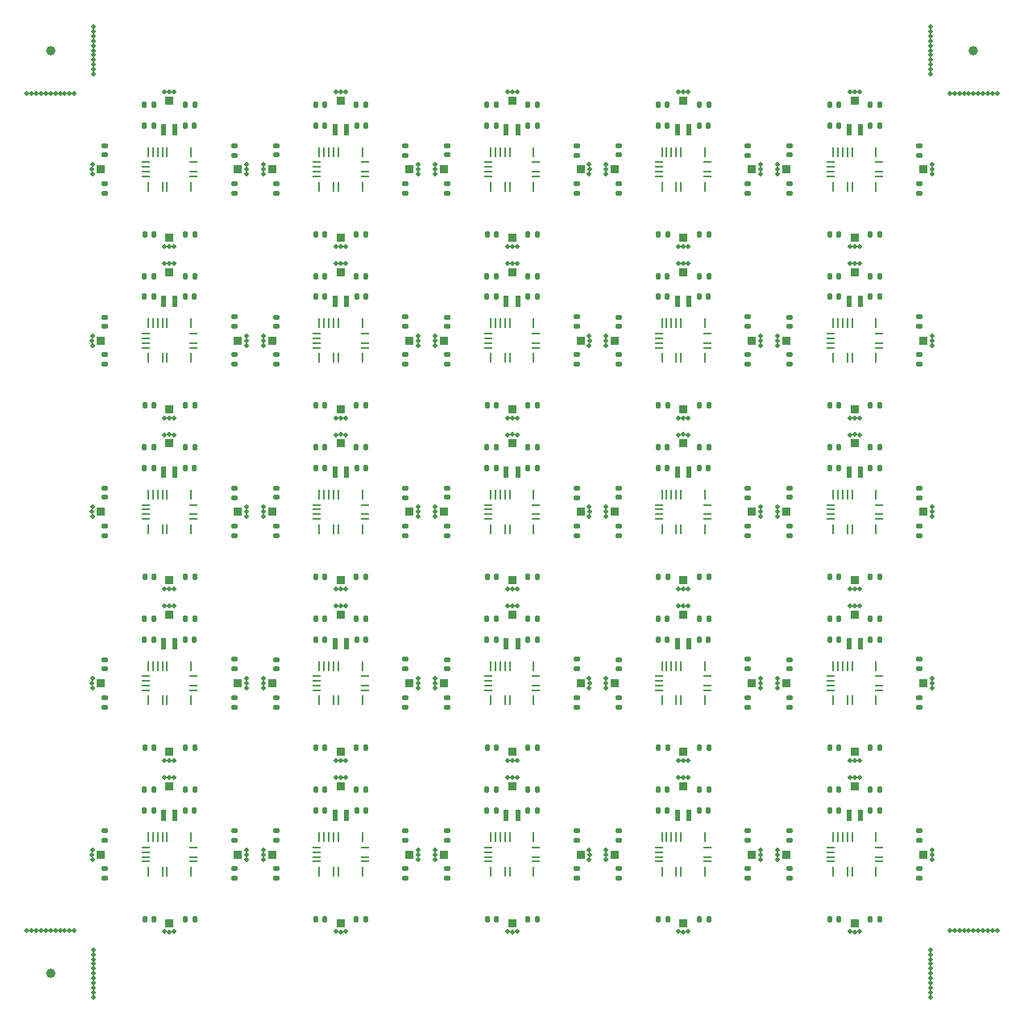
<source format=gbr>
%TF.GenerationSoftware,KiCad,Pcbnew,7.0.7-7.0.7~ubuntu20.04.1*%
%TF.CreationDate,2023-08-22T16:04:55-04:00*%
%TF.ProjectId,bno08x-i2c-board-v6-large-crystal-panel,626e6f30-3878-42d6-9932-632d626f6172,rev?*%
%TF.SameCoordinates,Original*%
%TF.FileFunction,Soldermask,Top*%
%TF.FilePolarity,Negative*%
%FSLAX46Y46*%
G04 Gerber Fmt 4.6, Leading zero omitted, Abs format (unit mm)*
G04 Created by KiCad (PCBNEW 7.0.7-7.0.7~ubuntu20.04.1) date 2023-08-22 16:04:55*
%MOMM*%
%LPD*%
G01*
G04 APERTURE LIST*
G04 Aperture macros list*
%AMRoundRect*
0 Rectangle with rounded corners*
0 $1 Rounding radius*
0 $2 $3 $4 $5 $6 $7 $8 $9 X,Y pos of 4 corners*
0 Add a 4 corners polygon primitive as box body*
4,1,4,$2,$3,$4,$5,$6,$7,$8,$9,$2,$3,0*
0 Add four circle primitives for the rounded corners*
1,1,$1+$1,$2,$3*
1,1,$1+$1,$4,$5*
1,1,$1+$1,$6,$7*
1,1,$1+$1,$8,$9*
0 Add four rect primitives between the rounded corners*
20,1,$1+$1,$2,$3,$4,$5,0*
20,1,$1+$1,$4,$5,$6,$7,0*
20,1,$1+$1,$6,$7,$8,$9,0*
20,1,$1+$1,$8,$9,$2,$3,0*%
G04 Aperture macros list end*
%ADD10C,0.500000*%
%ADD11RoundRect,0.135000X-0.185000X0.135000X-0.185000X-0.135000X0.185000X-0.135000X0.185000X0.135000X0*%
%ADD12R,0.254000X0.975000*%
%ADD13R,0.950000X0.254000*%
%ADD14RoundRect,0.135000X0.135000X0.185000X-0.135000X0.185000X-0.135000X-0.185000X0.135000X-0.185000X0*%
%ADD15RoundRect,0.140000X-0.140000X-0.170000X0.140000X-0.170000X0.140000X0.170000X-0.140000X0.170000X0*%
%ADD16RoundRect,0.135000X0.185000X-0.135000X0.185000X0.135000X-0.185000X0.135000X-0.185000X-0.135000X0*%
%ADD17R,0.600000X1.200000*%
%ADD18R,0.850000X0.850000*%
%ADD19RoundRect,0.135000X-0.135000X-0.185000X0.135000X-0.185000X0.135000X0.185000X-0.135000X0.185000X0*%
%ADD20RoundRect,0.140000X0.140000X0.170000X-0.140000X0.170000X-0.140000X-0.170000X0.140000X-0.170000X0*%
%ADD21RoundRect,0.140000X0.170000X-0.140000X0.170000X0.140000X-0.170000X0.140000X-0.170000X-0.140000X0*%
%ADD22C,1.000000*%
G04 APERTURE END LIST*
D10*
%TO.C,REF\u002A\u002A*%
X6890197Y-69506570D03*
%TD*%
%TO.C,REF\u002A\u002A*%
X32997189Y-24876246D03*
%TD*%
%TO.C,REF\u002A\u002A*%
X15505875Y-59106021D03*
%TD*%
%TO.C,REF\u002A\u002A*%
X59122437Y-32999386D03*
%TD*%
%TO.C,REF\u002A\u002A*%
X69505875Y-24892754D03*
%TD*%
D11*
%TO.C,R2*%
X39797552Y-16489388D03*
X39797552Y-17509388D03*
%TD*%
D10*
%TO.C,REF\u002A\u002A*%
X15505875Y-23106021D03*
%TD*%
D12*
%TO.C,U1*%
X30747552Y-67186888D03*
D13*
X30472552Y-68249388D03*
X30472552Y-68749388D03*
X30472552Y-69249388D03*
X30472552Y-69749388D03*
D12*
X30747552Y-70811888D03*
X32247552Y-70811888D03*
X32747552Y-70811888D03*
X35247552Y-70811888D03*
D13*
X35522552Y-69749388D03*
X35522552Y-69249388D03*
X35522552Y-68249388D03*
D12*
X35247552Y-67186888D03*
X32747552Y-67186888D03*
X32247552Y-67186888D03*
X31747552Y-67186888D03*
X31247552Y-67186888D03*
%TD*%
D10*
%TO.C,REF\u002A\u002A*%
X33505875Y-41106021D03*
%TD*%
%TO.C,REF\u002A\u002A*%
X15505875Y-95106021D03*
%TD*%
%TO.C,REF\u002A\u002A*%
X95104699Y-69508115D03*
%TD*%
%TO.C,REF\u002A\u002A*%
X78875074Y-32999387D03*
%TD*%
D11*
%TO.C,R2*%
X21797552Y-16489388D03*
X21797552Y-17509388D03*
%TD*%
D14*
%TO.C,R5*%
X53657552Y-44199388D03*
X52637552Y-44199388D03*
%TD*%
D15*
%TO.C,C4*%
X12367552Y-8199388D03*
X13327552Y-8199388D03*
%TD*%
%TO.C,C4*%
X84367552Y-44199388D03*
X85327552Y-44199388D03*
%TD*%
%TO.C,C4*%
X84367552Y-8199388D03*
X85327552Y-8199388D03*
%TD*%
%TO.C,C5*%
X52667552Y-82399388D03*
X53627552Y-82399388D03*
%TD*%
D10*
%TO.C,REF\u002A\u002A*%
X50488391Y-60890490D03*
%TD*%
%TO.C,REF\u002A\u002A*%
X24890196Y-14492206D03*
%TD*%
%TO.C,REF\u002A\u002A*%
X59104699Y-86490660D03*
%TD*%
D15*
%TO.C,C4*%
X48367552Y-8199388D03*
X49327552Y-8199388D03*
%TD*%
D10*
%TO.C,REF\u002A\u002A*%
X7000000Y-96998776D03*
%TD*%
%TO.C,REF\u002A\u002A*%
X7000000Y-98498776D03*
%TD*%
D12*
%TO.C,U1*%
X48747552Y-49186888D03*
D13*
X48472552Y-50249388D03*
X48472552Y-50749388D03*
X48472552Y-51249388D03*
X48472552Y-51749388D03*
D12*
X48747552Y-52811888D03*
X50247552Y-52811888D03*
X50747552Y-52811888D03*
X53247552Y-52811888D03*
D13*
X53522552Y-51749388D03*
X53522552Y-51249388D03*
X53522552Y-50249388D03*
D12*
X53247552Y-49186888D03*
X50747552Y-49186888D03*
X50247552Y-49186888D03*
X49747552Y-49186888D03*
X49247552Y-49186888D03*
%TD*%
D10*
%TO.C,REF\u002A\u002A*%
X59104699Y-69508115D03*
%TD*%
%TO.C,REF\u002A\u002A*%
X97997552Y-94998775D03*
%TD*%
D16*
%TO.C,R4*%
X26197552Y-89509388D03*
X26197552Y-88489388D03*
%TD*%
D17*
%TO.C,Y1*%
X86397552Y-64849388D03*
X87597552Y-64849388D03*
%TD*%
D10*
%TO.C,REF\u002A\u002A*%
X77104699Y-33508115D03*
%TD*%
%TO.C,REF\u002A\u002A*%
X24890321Y-69506564D03*
%TD*%
D18*
%TO.C,J4*%
X58197552Y-50999388D03*
%TD*%
%TO.C,J2*%
X68997552Y-43799388D03*
%TD*%
D16*
%TO.C,R3*%
X57797552Y-31509388D03*
X57797552Y-30489388D03*
%TD*%
D19*
%TO.C,R1*%
X34637552Y-75799388D03*
X35657552Y-75799388D03*
%TD*%
D15*
%TO.C,C4*%
X48367552Y-80199388D03*
X49327552Y-80199388D03*
%TD*%
D14*
%TO.C,R5*%
X71657552Y-62199388D03*
X70637552Y-62199388D03*
%TD*%
D10*
%TO.C,REF\u002A\u002A*%
X32488391Y-41108285D03*
%TD*%
%TO.C,REF\u002A\u002A*%
X60890161Y-50492203D03*
%TD*%
D15*
%TO.C,C4*%
X84367552Y-80199388D03*
X85327552Y-80199388D03*
%TD*%
D10*
%TO.C,REF\u002A\u002A*%
X95104699Y-33508115D03*
%TD*%
%TO.C,REF\u002A\u002A*%
X68488391Y-95108285D03*
%TD*%
D15*
%TO.C,C5*%
X88667552Y-28399388D03*
X89627552Y-28399388D03*
%TD*%
D16*
%TO.C,R4*%
X26197552Y-35509388D03*
X26197552Y-34489388D03*
%TD*%
D15*
%TO.C,C4*%
X66367552Y-44199388D03*
X67327552Y-44199388D03*
%TD*%
%TO.C,C1*%
X12387552Y-39799388D03*
X13347552Y-39799388D03*
%TD*%
D12*
%TO.C,U1*%
X12747552Y-13186888D03*
D13*
X12472552Y-14249388D03*
X12472552Y-14749388D03*
X12472552Y-15249388D03*
X12472552Y-15749388D03*
D12*
X12747552Y-16811888D03*
X14247552Y-16811888D03*
X14747552Y-16811888D03*
X17247552Y-16811888D03*
D13*
X17522552Y-15749388D03*
X17522552Y-15249388D03*
X17522552Y-14249388D03*
D12*
X17247552Y-13186888D03*
X14747552Y-13186888D03*
X14247552Y-13186888D03*
X13747552Y-13186888D03*
X13247552Y-13186888D03*
%TD*%
D18*
%TO.C,J4*%
X22197552Y-32999388D03*
%TD*%
D16*
%TO.C,R4*%
X8197552Y-89509388D03*
X8197552Y-88489388D03*
%TD*%
D10*
%TO.C,REF\u002A\u002A*%
X7000000Y-101498776D03*
%TD*%
D14*
%TO.C,R5*%
X53657552Y-80199388D03*
X52637552Y-80199388D03*
%TD*%
D10*
%TO.C,REF\u002A\u002A*%
X6875000Y-86999388D03*
%TD*%
D17*
%TO.C,Y1*%
X68397552Y-64849388D03*
X69597552Y-64849388D03*
%TD*%
D18*
%TO.C,J3*%
X25797552Y-68999388D03*
%TD*%
D20*
%TO.C,C3*%
X67327552Y-28399388D03*
X66367552Y-28399388D03*
%TD*%
D19*
%TO.C,R1*%
X16637552Y-75799388D03*
X17657552Y-75799388D03*
%TD*%
D10*
%TO.C,REF\u002A\u002A*%
X68997189Y-77122529D03*
%TD*%
D18*
%TO.C,J2*%
X14997552Y-43799388D03*
%TD*%
D10*
%TO.C,REF\u002A\u002A*%
X99997552Y-94998775D03*
%TD*%
%TO.C,REF\u002A\u002A*%
X95104699Y-15508115D03*
%TD*%
D14*
%TO.C,R5*%
X89657552Y-26199388D03*
X88637552Y-26199388D03*
%TD*%
D17*
%TO.C,Y1*%
X32397552Y-64849388D03*
X33597552Y-64849388D03*
%TD*%
D10*
%TO.C,REF\u002A\u002A*%
X100997552Y-7000000D03*
%TD*%
%TO.C,REF\u002A\u002A*%
X50997189Y-59122529D03*
%TD*%
%TO.C,REF\u002A\u002A*%
X23104699Y-33508115D03*
%TD*%
D17*
%TO.C,Y1*%
X50397552Y-82849388D03*
X51597552Y-82849388D03*
%TD*%
D10*
%TO.C,REF\u002A\u002A*%
X94997551Y-101998776D03*
%TD*%
D15*
%TO.C,C4*%
X84367552Y-26199388D03*
X85327552Y-26199388D03*
%TD*%
D14*
%TO.C,R5*%
X71657552Y-44199388D03*
X70637552Y-44199388D03*
%TD*%
%TO.C,R5*%
X35657552Y-44199388D03*
X34637552Y-44199388D03*
%TD*%
D10*
%TO.C,REF\u002A\u002A*%
X99997552Y-7000000D03*
%TD*%
D20*
%TO.C,C3*%
X85327552Y-64399388D03*
X84367552Y-64399388D03*
%TD*%
D10*
%TO.C,REF\u002A\u002A*%
X68997189Y-6876247D03*
%TD*%
D18*
%TO.C,J2*%
X86997552Y-79799388D03*
%TD*%
D12*
%TO.C,U1*%
X84747552Y-13186888D03*
D13*
X84472552Y-14249388D03*
X84472552Y-14749388D03*
X84472552Y-15249388D03*
X84472552Y-15749388D03*
D12*
X84747552Y-16811888D03*
X86247552Y-16811888D03*
X86747552Y-16811888D03*
X89247552Y-16811888D03*
D13*
X89522552Y-15749388D03*
X89522552Y-15249388D03*
X89522552Y-14249388D03*
D12*
X89247552Y-13186888D03*
X86747552Y-13186888D03*
X86247552Y-13186888D03*
X85747552Y-13186888D03*
X85247552Y-13186888D03*
%TD*%
D10*
%TO.C,REF\u002A\u002A*%
X6890197Y-51506570D03*
%TD*%
%TO.C,REF\u002A\u002A*%
X7000000Y0D03*
%TD*%
%TO.C,REF\u002A\u002A*%
X59104699Y-51508115D03*
%TD*%
D12*
%TO.C,U1*%
X30747552Y-31186888D03*
D13*
X30472552Y-32249388D03*
X30472552Y-32749388D03*
X30472552Y-33249388D03*
X30472552Y-33749388D03*
D12*
X30747552Y-34811888D03*
X32247552Y-34811888D03*
X32747552Y-34811888D03*
X35247552Y-34811888D03*
D13*
X35522552Y-33749388D03*
X35522552Y-33249388D03*
X35522552Y-32249388D03*
D12*
X35247552Y-31186888D03*
X32747552Y-31186888D03*
X32247552Y-31186888D03*
X31747552Y-31186888D03*
X31247552Y-31186888D03*
%TD*%
D10*
%TO.C,REF\u002A\u002A*%
X15505875Y-77106021D03*
%TD*%
%TO.C,REF\u002A\u002A*%
X95122437Y-32999386D03*
%TD*%
D18*
%TO.C,J1*%
X32997552Y-76199388D03*
%TD*%
D10*
%TO.C,REF\u002A\u002A*%
X94997551Y-101498776D03*
%TD*%
D18*
%TO.C,J3*%
X43797552Y-32999388D03*
%TD*%
D16*
%TO.C,R4*%
X62197552Y-35509388D03*
X62197552Y-34489388D03*
%TD*%
D10*
%TO.C,REF\u002A\u002A*%
X42874999Y-32999387D03*
%TD*%
D11*
%TO.C,R2*%
X93797552Y-88489388D03*
X93797552Y-89509388D03*
%TD*%
D18*
%TO.C,J4*%
X22197552Y-86999388D03*
%TD*%
D10*
%TO.C,REF\u002A\u002A*%
X15505875Y-78892754D03*
%TD*%
D21*
%TO.C,C2*%
X8197552Y-49479388D03*
X8197552Y-48519388D03*
%TD*%
D10*
%TO.C,REF\u002A\u002A*%
X42890321Y-69506564D03*
%TD*%
%TO.C,REF\u002A\u002A*%
X77104699Y-15508115D03*
%TD*%
%TO.C,REF\u002A\u002A*%
X59104699Y-68490660D03*
%TD*%
%TO.C,REF\u002A\u002A*%
X23122437Y-14999387D03*
%TD*%
D19*
%TO.C,R1*%
X52637552Y-93799388D03*
X53657552Y-93799388D03*
%TD*%
D10*
%TO.C,REF\u002A\u002A*%
X32488391Y-77108285D03*
%TD*%
%TO.C,REF\u002A\u002A*%
X24890196Y-33506570D03*
%TD*%
D21*
%TO.C,C2*%
X62197552Y-85479388D03*
X62197552Y-84519388D03*
%TD*%
D15*
%TO.C,C4*%
X30367552Y-44199388D03*
X31327552Y-44199388D03*
%TD*%
D10*
%TO.C,REF\u002A\u002A*%
X60875074Y-32999387D03*
%TD*%
%TO.C,REF\u002A\u002A*%
X86997189Y-95122529D03*
%TD*%
D17*
%TO.C,Y1*%
X32397552Y-10849388D03*
X33597552Y-10849388D03*
%TD*%
D16*
%TO.C,R3*%
X75797552Y-49509388D03*
X75797552Y-48489388D03*
%TD*%
D15*
%TO.C,C1*%
X84387552Y-21799388D03*
X85347552Y-21799388D03*
%TD*%
D10*
%TO.C,REF\u002A\u002A*%
X87505875Y-23106021D03*
%TD*%
D16*
%TO.C,R3*%
X57797552Y-13509388D03*
X57797552Y-12489388D03*
%TD*%
D10*
%TO.C,REF\u002A\u002A*%
X50488391Y-95108285D03*
%TD*%
D18*
%TO.C,J4*%
X76197552Y-14999388D03*
%TD*%
%TO.C,J4*%
X76197552Y-32999388D03*
%TD*%
D10*
%TO.C,REF\u002A\u002A*%
X95104699Y-68490660D03*
%TD*%
%TO.C,REF\u002A\u002A*%
X7000000Y-500000D03*
%TD*%
%TO.C,REF\u002A\u002A*%
X32488391Y-60890490D03*
%TD*%
D19*
%TO.C,R1*%
X70637552Y-93799388D03*
X71657552Y-93799388D03*
%TD*%
D18*
%TO.C,J3*%
X25797552Y-50999388D03*
%TD*%
D10*
%TO.C,REF\u002A\u002A*%
X7000000Y-3500000D03*
%TD*%
%TO.C,REF\u002A\u002A*%
X14488392Y-23108285D03*
%TD*%
D15*
%TO.C,C5*%
X16667552Y-46399388D03*
X17627552Y-46399388D03*
%TD*%
D10*
%TO.C,REF\u002A\u002A*%
X14997190Y-77122529D03*
%TD*%
D15*
%TO.C,C4*%
X66367552Y-80199388D03*
X67327552Y-80199388D03*
%TD*%
D11*
%TO.C,R2*%
X39797552Y-52489388D03*
X39797552Y-53509388D03*
%TD*%
D10*
%TO.C,REF\u002A\u002A*%
X68488391Y-77108285D03*
%TD*%
%TO.C,REF\u002A\u002A*%
X77104699Y-50490660D03*
%TD*%
D18*
%TO.C,J4*%
X40197552Y-32999388D03*
%TD*%
D10*
%TO.C,REF\u002A\u002A*%
X94997551Y-99998776D03*
%TD*%
%TO.C,REF\u002A\u002A*%
X94997551Y-100998776D03*
%TD*%
D16*
%TO.C,R4*%
X44197552Y-89509388D03*
X44197552Y-88489388D03*
%TD*%
D18*
%TO.C,J3*%
X7797552Y-68999388D03*
%TD*%
D17*
%TO.C,Y1*%
X86397552Y-10849388D03*
X87597552Y-10849388D03*
%TD*%
D10*
%TO.C,REF\u002A\u002A*%
X32997189Y-60876246D03*
%TD*%
D18*
%TO.C,J3*%
X79797552Y-14999388D03*
%TD*%
D21*
%TO.C,C2*%
X62197552Y-13479388D03*
X62197552Y-12519388D03*
%TD*%
D10*
%TO.C,REF\u002A\u002A*%
X60875074Y-68999387D03*
%TD*%
D20*
%TO.C,C3*%
X13327552Y-28399388D03*
X12367552Y-28399388D03*
%TD*%
D10*
%TO.C,REF\u002A\u002A*%
X98497552Y-94998775D03*
%TD*%
D20*
%TO.C,C3*%
X49327552Y-28399388D03*
X48367552Y-28399388D03*
%TD*%
D10*
%TO.C,REF\u002A\u002A*%
X41104699Y-50490660D03*
%TD*%
D20*
%TO.C,C3*%
X67327552Y-10399388D03*
X66367552Y-10399388D03*
%TD*%
D10*
%TO.C,REF\u002A\u002A*%
X42890196Y-50492205D03*
%TD*%
D12*
%TO.C,U1*%
X84747552Y-67186888D03*
D13*
X84472552Y-68249388D03*
X84472552Y-68749388D03*
X84472552Y-69249388D03*
X84472552Y-69749388D03*
D12*
X84747552Y-70811888D03*
X86247552Y-70811888D03*
X86747552Y-70811888D03*
X89247552Y-70811888D03*
D13*
X89522552Y-69749388D03*
X89522552Y-69249388D03*
X89522552Y-68249388D03*
D12*
X89247552Y-67186888D03*
X86747552Y-67186888D03*
X86247552Y-67186888D03*
X85747552Y-67186888D03*
X85247552Y-67186888D03*
%TD*%
D21*
%TO.C,C2*%
X8197552Y-85479388D03*
X8197552Y-84519388D03*
%TD*%
D17*
%TO.C,Y1*%
X14397552Y-28849388D03*
X15597552Y-28849388D03*
%TD*%
D10*
%TO.C,REF\u002A\u002A*%
X32997189Y-59122529D03*
%TD*%
D20*
%TO.C,C3*%
X13327552Y-82399388D03*
X12367552Y-82399388D03*
%TD*%
D16*
%TO.C,R4*%
X62197552Y-71509388D03*
X62197552Y-70489388D03*
%TD*%
D10*
%TO.C,REF\u002A\u002A*%
X87505875Y-59106021D03*
%TD*%
D19*
%TO.C,R1*%
X52637552Y-39799388D03*
X53657552Y-39799388D03*
%TD*%
D10*
%TO.C,REF\u002A\u002A*%
X94997551Y-96998776D03*
%TD*%
D18*
%TO.C,J4*%
X40197552Y-50999388D03*
%TD*%
%TO.C,J4*%
X94197552Y-50999388D03*
%TD*%
D19*
%TO.C,R1*%
X70637552Y-75799388D03*
X71657552Y-75799388D03*
%TD*%
D10*
%TO.C,REF\u002A\u002A*%
X50997189Y-95122529D03*
%TD*%
D18*
%TO.C,J3*%
X79797552Y-32999388D03*
%TD*%
%TO.C,J3*%
X43797552Y-68999388D03*
%TD*%
D10*
%TO.C,REF\u002A\u002A*%
X51505875Y-42892754D03*
%TD*%
%TO.C,REF\u002A\u002A*%
X68488391Y-23108285D03*
%TD*%
%TO.C,REF\u002A\u002A*%
X98997552Y-94998775D03*
%TD*%
%TO.C,REF\u002A\u002A*%
X68997189Y-23122529D03*
%TD*%
D16*
%TO.C,R3*%
X39797552Y-13509388D03*
X39797552Y-12489388D03*
%TD*%
D18*
%TO.C,J4*%
X94197552Y-14999388D03*
%TD*%
D10*
%TO.C,REF\u002A\u002A*%
X14997190Y-41122529D03*
%TD*%
%TO.C,REF\u002A\u002A*%
X14488392Y-95108285D03*
%TD*%
%TO.C,REF\u002A\u002A*%
X32488391Y-6890491D03*
%TD*%
D18*
%TO.C,J2*%
X14997552Y-7799388D03*
%TD*%
%TO.C,J3*%
X61797552Y-14999388D03*
%TD*%
D15*
%TO.C,C1*%
X84387552Y-57799388D03*
X85347552Y-57799388D03*
%TD*%
D12*
%TO.C,U1*%
X84747552Y-85186888D03*
D13*
X84472552Y-86249388D03*
X84472552Y-86749388D03*
X84472552Y-87249388D03*
X84472552Y-87749388D03*
D12*
X84747552Y-88811888D03*
X86247552Y-88811888D03*
X86747552Y-88811888D03*
X89247552Y-88811888D03*
D13*
X89522552Y-87749388D03*
X89522552Y-87249388D03*
X89522552Y-86249388D03*
D12*
X89247552Y-85186888D03*
X86747552Y-85186888D03*
X86247552Y-85186888D03*
X85747552Y-85186888D03*
X85247552Y-85186888D03*
%TD*%
D17*
%TO.C,Y1*%
X32397552Y-28849388D03*
X33597552Y-28849388D03*
%TD*%
D10*
%TO.C,REF\u002A\u002A*%
X14488392Y-42890490D03*
%TD*%
D18*
%TO.C,J2*%
X50997552Y-79799388D03*
%TD*%
D16*
%TO.C,R3*%
X93797552Y-49509388D03*
X93797552Y-48489388D03*
%TD*%
D10*
%TO.C,REF\u002A\u002A*%
X86997189Y-59122529D03*
%TD*%
D20*
%TO.C,C3*%
X31327552Y-10399388D03*
X30367552Y-10399388D03*
%TD*%
D10*
%TO.C,REF\u002A\u002A*%
X78890321Y-87506564D03*
%TD*%
D14*
%TO.C,R5*%
X53657552Y-26199388D03*
X52637552Y-26199388D03*
%TD*%
D10*
%TO.C,REF\u002A\u002A*%
X78890161Y-50492203D03*
%TD*%
D15*
%TO.C,C1*%
X12387552Y-21799388D03*
X13347552Y-21799388D03*
%TD*%
D16*
%TO.C,R3*%
X93797552Y-31509388D03*
X93797552Y-30489388D03*
%TD*%
D10*
%TO.C,REF\u002A\u002A*%
X5000000Y-94998775D03*
%TD*%
%TO.C,REF\u002A\u002A*%
X60890321Y-15506564D03*
%TD*%
%TO.C,REF\u002A\u002A*%
X69505875Y-42892754D03*
%TD*%
D16*
%TO.C,R4*%
X80197552Y-71509388D03*
X80197552Y-70489388D03*
%TD*%
D21*
%TO.C,C2*%
X80197552Y-13479388D03*
X80197552Y-12519388D03*
%TD*%
D18*
%TO.C,J4*%
X40197552Y-86999388D03*
%TD*%
D10*
%TO.C,REF\u002A\u002A*%
X4500000Y-94998775D03*
%TD*%
%TO.C,REF\u002A\u002A*%
X1000000Y-94998775D03*
%TD*%
%TO.C,REF\u002A\u002A*%
X33505875Y-60892754D03*
%TD*%
%TO.C,REF\u002A\u002A*%
X7000000Y-4000000D03*
%TD*%
D15*
%TO.C,C5*%
X70667552Y-10399388D03*
X71627552Y-10399388D03*
%TD*%
D12*
%TO.C,U1*%
X48747552Y-13186888D03*
D13*
X48472552Y-14249388D03*
X48472552Y-14749388D03*
X48472552Y-15249388D03*
X48472552Y-15749388D03*
D12*
X48747552Y-16811888D03*
X50247552Y-16811888D03*
X50747552Y-16811888D03*
X53247552Y-16811888D03*
D13*
X53522552Y-15749388D03*
X53522552Y-15249388D03*
X53522552Y-14249388D03*
D12*
X53247552Y-13186888D03*
X50747552Y-13186888D03*
X50247552Y-13186888D03*
X49747552Y-13186888D03*
X49247552Y-13186888D03*
%TD*%
D10*
%TO.C,REF\u002A\u002A*%
X99497552Y-7000000D03*
%TD*%
%TO.C,REF\u002A\u002A*%
X500000Y-94998775D03*
%TD*%
%TO.C,REF\u002A\u002A*%
X77104699Y-86490660D03*
%TD*%
%TO.C,REF\u002A\u002A*%
X6890322Y-86492211D03*
%TD*%
D17*
%TO.C,Y1*%
X14397552Y-46849388D03*
X15597552Y-46849388D03*
%TD*%
D10*
%TO.C,REF\u002A\u002A*%
X14997190Y-42876246D03*
%TD*%
%TO.C,REF\u002A\u002A*%
X24874999Y-68999387D03*
%TD*%
%TO.C,REF\u002A\u002A*%
X2500000Y-7000000D03*
%TD*%
%TO.C,REF\u002A\u002A*%
X100497552Y-94998775D03*
%TD*%
%TO.C,REF\u002A\u002A*%
X41104699Y-68490660D03*
%TD*%
D20*
%TO.C,C3*%
X85327552Y-10399388D03*
X84367552Y-10399388D03*
%TD*%
D10*
%TO.C,REF\u002A\u002A*%
X59104699Y-15508115D03*
%TD*%
%TO.C,REF\u002A\u002A*%
X14488392Y-24890490D03*
%TD*%
%TO.C,REF\u002A\u002A*%
X60890321Y-87506564D03*
%TD*%
%TO.C,REF\u002A\u002A*%
X59104699Y-33508115D03*
%TD*%
D16*
%TO.C,R4*%
X62197552Y-17509388D03*
X62197552Y-16489388D03*
%TD*%
D19*
%TO.C,R1*%
X34637552Y-93799388D03*
X35657552Y-93799388D03*
%TD*%
D10*
%TO.C,REF\u002A\u002A*%
X7000000Y-99498776D03*
%TD*%
D11*
%TO.C,R2*%
X39797552Y-70489388D03*
X39797552Y-71509388D03*
%TD*%
D18*
%TO.C,J2*%
X50997552Y-25799388D03*
%TD*%
D10*
%TO.C,REF\u002A\u002A*%
X77104699Y-51508115D03*
%TD*%
D16*
%TO.C,R4*%
X8197552Y-71509388D03*
X8197552Y-70489388D03*
%TD*%
D10*
%TO.C,REF\u002A\u002A*%
X2000000Y-7000000D03*
%TD*%
%TO.C,REF\u002A\u002A*%
X32488391Y-78890490D03*
%TD*%
%TO.C,REF\u002A\u002A*%
X97497552Y-94998775D03*
%TD*%
D18*
%TO.C,J4*%
X22197552Y-14999388D03*
%TD*%
D10*
%TO.C,REF\u002A\u002A*%
X87505875Y-42892754D03*
%TD*%
D15*
%TO.C,C5*%
X52667552Y-64399388D03*
X53627552Y-64399388D03*
%TD*%
D22*
%TO.C,REF\u002A\u002A*%
X99497552Y-2500000D03*
%TD*%
D18*
%TO.C,J3*%
X61797552Y-32999388D03*
%TD*%
D15*
%TO.C,C4*%
X66367552Y-62199388D03*
X67327552Y-62199388D03*
%TD*%
D18*
%TO.C,J4*%
X94197552Y-86999388D03*
%TD*%
D17*
%TO.C,Y1*%
X50397552Y-46849388D03*
X51597552Y-46849388D03*
%TD*%
D14*
%TO.C,R5*%
X35657552Y-26199388D03*
X34637552Y-26199388D03*
%TD*%
D16*
%TO.C,R3*%
X39797552Y-31509388D03*
X39797552Y-30489388D03*
%TD*%
D10*
%TO.C,REF\u002A\u002A*%
X7000000Y-98998776D03*
%TD*%
D18*
%TO.C,J1*%
X50997552Y-94199388D03*
%TD*%
D10*
%TO.C,REF\u002A\u002A*%
X86997189Y-23122529D03*
%TD*%
D14*
%TO.C,R5*%
X17657552Y-44199388D03*
X16637552Y-44199388D03*
%TD*%
D10*
%TO.C,REF\u002A\u002A*%
X60890161Y-86492203D03*
%TD*%
D12*
%TO.C,U1*%
X30747552Y-49186888D03*
D13*
X30472552Y-50249388D03*
X30472552Y-50749388D03*
X30472552Y-51249388D03*
X30472552Y-51749388D03*
D12*
X30747552Y-52811888D03*
X32247552Y-52811888D03*
X32747552Y-52811888D03*
X35247552Y-52811888D03*
D13*
X35522552Y-51749388D03*
X35522552Y-51249388D03*
X35522552Y-50249388D03*
D12*
X35247552Y-49186888D03*
X32747552Y-49186888D03*
X32247552Y-49186888D03*
X31747552Y-49186888D03*
X31247552Y-49186888D03*
%TD*%
D18*
%TO.C,J4*%
X22197552Y-68999388D03*
%TD*%
D10*
%TO.C,REF\u002A\u002A*%
X14488392Y-59108285D03*
%TD*%
%TO.C,REF\u002A\u002A*%
X51505875Y-24892754D03*
%TD*%
D18*
%TO.C,J3*%
X43797552Y-14999388D03*
%TD*%
D15*
%TO.C,C5*%
X70667552Y-46399388D03*
X71627552Y-46399388D03*
%TD*%
%TO.C,C1*%
X66387552Y-39799388D03*
X67347552Y-39799388D03*
%TD*%
D10*
%TO.C,REF\u002A\u002A*%
X6890197Y-87506570D03*
%TD*%
%TO.C,REF\u002A\u002A*%
X24874999Y-50999387D03*
%TD*%
%TO.C,REF\u002A\u002A*%
X69505875Y-77106021D03*
%TD*%
D18*
%TO.C,J2*%
X32997552Y-25799388D03*
%TD*%
D11*
%TO.C,R2*%
X57797552Y-88489388D03*
X57797552Y-89509388D03*
%TD*%
D15*
%TO.C,C1*%
X12387552Y-57799388D03*
X13347552Y-57799388D03*
%TD*%
D17*
%TO.C,Y1*%
X68397552Y-46849388D03*
X69597552Y-46849388D03*
%TD*%
D10*
%TO.C,REF\u002A\u002A*%
X24874999Y-32999388D03*
%TD*%
D15*
%TO.C,C5*%
X88667552Y-10399388D03*
X89627552Y-10399388D03*
%TD*%
D12*
%TO.C,U1*%
X66747552Y-49186888D03*
D13*
X66472552Y-50249388D03*
X66472552Y-50749388D03*
X66472552Y-51249388D03*
X66472552Y-51749388D03*
D12*
X66747552Y-52811888D03*
X68247552Y-52811888D03*
X68747552Y-52811888D03*
X71247552Y-52811888D03*
D13*
X71522552Y-51749388D03*
X71522552Y-51249388D03*
X71522552Y-50249388D03*
D12*
X71247552Y-49186888D03*
X68747552Y-49186888D03*
X68247552Y-49186888D03*
X67747552Y-49186888D03*
X67247552Y-49186888D03*
%TD*%
D15*
%TO.C,C4*%
X12367552Y-44199388D03*
X13327552Y-44199388D03*
%TD*%
%TO.C,C5*%
X34667552Y-64399388D03*
X35627552Y-64399388D03*
%TD*%
D12*
%TO.C,U1*%
X48747552Y-31186888D03*
D13*
X48472552Y-32249388D03*
X48472552Y-32749388D03*
X48472552Y-33249388D03*
X48472552Y-33749388D03*
D12*
X48747552Y-34811888D03*
X50247552Y-34811888D03*
X50747552Y-34811888D03*
X53247552Y-34811888D03*
D13*
X53522552Y-33749388D03*
X53522552Y-33249388D03*
X53522552Y-32249388D03*
D12*
X53247552Y-31186888D03*
X50747552Y-31186888D03*
X50247552Y-31186888D03*
X49747552Y-31186888D03*
X49247552Y-31186888D03*
%TD*%
D10*
%TO.C,REF\u002A\u002A*%
X69505875Y-95106021D03*
%TD*%
%TO.C,REF\u002A\u002A*%
X41104699Y-69508115D03*
%TD*%
%TO.C,REF\u002A\u002A*%
X4000000Y-7000000D03*
%TD*%
%TO.C,REF\u002A\u002A*%
X51505875Y-60892754D03*
%TD*%
D19*
%TO.C,R1*%
X16637552Y-93799388D03*
X17657552Y-93799388D03*
%TD*%
D10*
%TO.C,REF\u002A\u002A*%
X69505875Y-78892754D03*
%TD*%
D18*
%TO.C,J4*%
X94197552Y-32999388D03*
%TD*%
D16*
%TO.C,R4*%
X8197552Y-35509388D03*
X8197552Y-34489388D03*
%TD*%
D10*
%TO.C,REF\u002A\u002A*%
X32997189Y-95122529D03*
%TD*%
%TO.C,REF\u002A\u002A*%
X51505875Y-59106021D03*
%TD*%
D19*
%TO.C,R1*%
X70637552Y-21799388D03*
X71657552Y-21799388D03*
%TD*%
D21*
%TO.C,C2*%
X26197552Y-67479388D03*
X26197552Y-66519388D03*
%TD*%
D20*
%TO.C,C3*%
X67327552Y-64399388D03*
X66367552Y-64399388D03*
%TD*%
D18*
%TO.C,J2*%
X14997552Y-25799388D03*
%TD*%
%TO.C,J1*%
X68997552Y-58199388D03*
%TD*%
D10*
%TO.C,REF\u002A\u002A*%
X68488391Y-78890490D03*
%TD*%
%TO.C,REF\u002A\u002A*%
X32997189Y-77122529D03*
%TD*%
%TO.C,REF\u002A\u002A*%
X68488391Y-41108285D03*
%TD*%
D18*
%TO.C,J1*%
X68997552Y-76199388D03*
%TD*%
D15*
%TO.C,C1*%
X84387552Y-39799388D03*
X85347552Y-39799388D03*
%TD*%
D10*
%TO.C,REF\u002A\u002A*%
X500000Y-7000000D03*
%TD*%
%TO.C,REF\u002A\u002A*%
X7000000Y-3000000D03*
%TD*%
D18*
%TO.C,J2*%
X86997552Y-43799388D03*
%TD*%
D15*
%TO.C,C4*%
X12367552Y-80199388D03*
X13327552Y-80199388D03*
%TD*%
D18*
%TO.C,J1*%
X68997552Y-22199388D03*
%TD*%
D14*
%TO.C,R5*%
X17657552Y-26199388D03*
X16637552Y-26199388D03*
%TD*%
D15*
%TO.C,C5*%
X34667552Y-10399388D03*
X35627552Y-10399388D03*
%TD*%
D10*
%TO.C,REF\u002A\u002A*%
X95122437Y-86999386D03*
%TD*%
%TO.C,REF\u002A\u002A*%
X87505875Y-78892754D03*
%TD*%
%TO.C,REF\u002A\u002A*%
X59122437Y-50999386D03*
%TD*%
%TO.C,REF\u002A\u002A*%
X59122437Y-86999386D03*
%TD*%
%TO.C,REF\u002A\u002A*%
X24890321Y-32492211D03*
%TD*%
%TO.C,REF\u002A\u002A*%
X50997189Y-42876246D03*
%TD*%
D12*
%TO.C,U1*%
X12747552Y-67186888D03*
D13*
X12472552Y-68249388D03*
X12472552Y-68749388D03*
X12472552Y-69249388D03*
X12472552Y-69749388D03*
D12*
X12747552Y-70811888D03*
X14247552Y-70811888D03*
X14747552Y-70811888D03*
X17247552Y-70811888D03*
D13*
X17522552Y-69749388D03*
X17522552Y-69249388D03*
X17522552Y-68249388D03*
D12*
X17247552Y-67186888D03*
X14747552Y-67186888D03*
X14247552Y-67186888D03*
X13747552Y-67186888D03*
X13247552Y-67186888D03*
%TD*%
D18*
%TO.C,J3*%
X43797552Y-86999388D03*
%TD*%
D14*
%TO.C,R5*%
X35657552Y-80199388D03*
X34637552Y-80199388D03*
%TD*%
D10*
%TO.C,REF\u002A\u002A*%
X50997189Y-6876247D03*
%TD*%
D12*
%TO.C,U1*%
X66747552Y-85186888D03*
D13*
X66472552Y-86249388D03*
X66472552Y-86749388D03*
X66472552Y-87249388D03*
X66472552Y-87749388D03*
D12*
X66747552Y-88811888D03*
X68247552Y-88811888D03*
X68747552Y-88811888D03*
X71247552Y-88811888D03*
D13*
X71522552Y-87749388D03*
X71522552Y-87249388D03*
X71522552Y-86249388D03*
D12*
X71247552Y-85186888D03*
X68747552Y-85186888D03*
X68247552Y-85186888D03*
X67747552Y-85186888D03*
X67247552Y-85186888D03*
%TD*%
D10*
%TO.C,REF\u002A\u002A*%
X68997189Y-60876246D03*
%TD*%
D12*
%TO.C,U1*%
X66747552Y-67186888D03*
D13*
X66472552Y-68249388D03*
X66472552Y-68749388D03*
X66472552Y-69249388D03*
X66472552Y-69749388D03*
D12*
X66747552Y-70811888D03*
X68247552Y-70811888D03*
X68747552Y-70811888D03*
X71247552Y-70811888D03*
D13*
X71522552Y-69749388D03*
X71522552Y-69249388D03*
X71522552Y-68249388D03*
D12*
X71247552Y-67186888D03*
X68747552Y-67186888D03*
X68247552Y-67186888D03*
X67747552Y-67186888D03*
X67247552Y-67186888D03*
%TD*%
D16*
%TO.C,R3*%
X39797552Y-49509388D03*
X39797552Y-48489388D03*
%TD*%
D10*
%TO.C,REF\u002A\u002A*%
X24890196Y-50492205D03*
%TD*%
D17*
%TO.C,Y1*%
X50397552Y-10849388D03*
X51597552Y-10849388D03*
%TD*%
D10*
%TO.C,REF\u002A\u002A*%
X7000000Y-97998776D03*
%TD*%
%TO.C,REF\u002A\u002A*%
X59104699Y-32490660D03*
%TD*%
D15*
%TO.C,C1*%
X30387552Y-39799388D03*
X31347552Y-39799388D03*
%TD*%
D12*
%TO.C,U1*%
X84747552Y-31186888D03*
D13*
X84472552Y-32249388D03*
X84472552Y-32749388D03*
X84472552Y-33249388D03*
X84472552Y-33749388D03*
D12*
X84747552Y-34811888D03*
X86247552Y-34811888D03*
X86747552Y-34811888D03*
X89247552Y-34811888D03*
D13*
X89522552Y-33749388D03*
X89522552Y-33249388D03*
X89522552Y-32249388D03*
D12*
X89247552Y-31186888D03*
X86747552Y-31186888D03*
X86247552Y-31186888D03*
X85747552Y-31186888D03*
X85247552Y-31186888D03*
%TD*%
D10*
%TO.C,REF\u002A\u002A*%
X23104699Y-87508115D03*
%TD*%
D18*
%TO.C,J1*%
X14997552Y-58199388D03*
%TD*%
D10*
%TO.C,REF\u002A\u002A*%
X78890321Y-69506564D03*
%TD*%
D16*
%TO.C,R3*%
X75797552Y-13509388D03*
X75797552Y-12489388D03*
%TD*%
D20*
%TO.C,C3*%
X13327552Y-46399388D03*
X12367552Y-46399388D03*
%TD*%
D11*
%TO.C,R2*%
X21797552Y-70489388D03*
X21797552Y-71509388D03*
%TD*%
%TO.C,R2*%
X75797552Y-34489388D03*
X75797552Y-35509388D03*
%TD*%
D18*
%TO.C,J3*%
X61797552Y-50999388D03*
%TD*%
D19*
%TO.C,R1*%
X34637552Y-57799388D03*
X35657552Y-57799388D03*
%TD*%
D10*
%TO.C,REF\u002A\u002A*%
X87505875Y-41106021D03*
%TD*%
D21*
%TO.C,C2*%
X8197552Y-31479388D03*
X8197552Y-30519388D03*
%TD*%
D11*
%TO.C,R2*%
X57797552Y-34489388D03*
X57797552Y-35509388D03*
%TD*%
D10*
%TO.C,REF\u002A\u002A*%
X42890321Y-87506564D03*
%TD*%
D18*
%TO.C,J3*%
X25797552Y-86999388D03*
%TD*%
D15*
%TO.C,C5*%
X34667552Y-82399388D03*
X35627552Y-82399388D03*
%TD*%
D18*
%TO.C,J1*%
X86997552Y-40199388D03*
%TD*%
%TO.C,J1*%
X50997552Y-40199388D03*
%TD*%
D10*
%TO.C,REF\u002A\u002A*%
X32488391Y-59108285D03*
%TD*%
%TO.C,REF\u002A\u002A*%
X24874999Y-86999387D03*
%TD*%
%TO.C,REF\u002A\u002A*%
X98497552Y-7000000D03*
%TD*%
D15*
%TO.C,C1*%
X48387552Y-75799388D03*
X49347552Y-75799388D03*
%TD*%
D18*
%TO.C,J1*%
X68997552Y-94199388D03*
%TD*%
D10*
%TO.C,REF\u002A\u002A*%
X94997551Y-500000D03*
%TD*%
%TO.C,REF\u002A\u002A*%
X3500000Y-7000000D03*
%TD*%
D18*
%TO.C,J4*%
X76197552Y-50999388D03*
%TD*%
D15*
%TO.C,C4*%
X30367552Y-8199388D03*
X31327552Y-8199388D03*
%TD*%
D16*
%TO.C,R4*%
X44197552Y-17509388D03*
X44197552Y-16489388D03*
%TD*%
D10*
%TO.C,REF\u002A\u002A*%
X0Y-94998775D03*
%TD*%
D11*
%TO.C,R2*%
X39797552Y-34489388D03*
X39797552Y-35509388D03*
%TD*%
D21*
%TO.C,C2*%
X80197552Y-31479388D03*
X80197552Y-30519388D03*
%TD*%
%TO.C,C2*%
X80197552Y-67479388D03*
X80197552Y-66519388D03*
%TD*%
D10*
%TO.C,REF\u002A\u002A*%
X33505875Y-95106021D03*
%TD*%
D15*
%TO.C,C1*%
X48387552Y-93799388D03*
X49347552Y-93799388D03*
%TD*%
D18*
%TO.C,J4*%
X58197552Y-14999388D03*
%TD*%
D10*
%TO.C,REF\u002A\u002A*%
X69505875Y-41106021D03*
%TD*%
D12*
%TO.C,U1*%
X30747552Y-13186888D03*
D13*
X30472552Y-14249388D03*
X30472552Y-14749388D03*
X30472552Y-15249388D03*
X30472552Y-15749388D03*
D12*
X30747552Y-16811888D03*
X32247552Y-16811888D03*
X32747552Y-16811888D03*
X35247552Y-16811888D03*
D13*
X35522552Y-15749388D03*
X35522552Y-15249388D03*
X35522552Y-14249388D03*
D12*
X35247552Y-13186888D03*
X32747552Y-13186888D03*
X32247552Y-13186888D03*
X31747552Y-13186888D03*
X31247552Y-13186888D03*
%TD*%
D10*
%TO.C,REF\u002A\u002A*%
X94997551Y-4500000D03*
%TD*%
%TO.C,REF\u002A\u002A*%
X24890321Y-15506564D03*
%TD*%
%TO.C,REF\u002A\u002A*%
X87505875Y-6892755D03*
%TD*%
%TO.C,REF\u002A\u002A*%
X95122437Y-50999386D03*
%TD*%
D14*
%TO.C,R5*%
X71657552Y-26199388D03*
X70637552Y-26199388D03*
%TD*%
D18*
%TO.C,J4*%
X40197552Y-68999388D03*
%TD*%
D10*
%TO.C,REF\u002A\u002A*%
X77104699Y-14490661D03*
%TD*%
D20*
%TO.C,C3*%
X85327552Y-82399388D03*
X84367552Y-82399388D03*
%TD*%
D10*
%TO.C,REF\u002A\u002A*%
X33505875Y-6892755D03*
%TD*%
%TO.C,REF\u002A\u002A*%
X41104699Y-87508115D03*
%TD*%
%TO.C,REF\u002A\u002A*%
X41122437Y-68999386D03*
%TD*%
%TO.C,REF\u002A\u002A*%
X5000000Y-7000000D03*
%TD*%
D21*
%TO.C,C2*%
X26197552Y-85479388D03*
X26197552Y-84519388D03*
%TD*%
D10*
%TO.C,REF\u002A\u002A*%
X68488391Y-24890490D03*
%TD*%
D19*
%TO.C,R1*%
X52637552Y-57799388D03*
X53657552Y-57799388D03*
%TD*%
D12*
%TO.C,U1*%
X12747552Y-31186888D03*
D13*
X12472552Y-32249388D03*
X12472552Y-32749388D03*
X12472552Y-33249388D03*
X12472552Y-33749388D03*
D12*
X12747552Y-34811888D03*
X14247552Y-34811888D03*
X14747552Y-34811888D03*
X17247552Y-34811888D03*
D13*
X17522552Y-33749388D03*
X17522552Y-33249388D03*
X17522552Y-32249388D03*
D12*
X17247552Y-31186888D03*
X14747552Y-31186888D03*
X14247552Y-31186888D03*
X13747552Y-31186888D03*
X13247552Y-31186888D03*
%TD*%
D10*
%TO.C,REF\u002A\u002A*%
X95104699Y-14490661D03*
%TD*%
D14*
%TO.C,R5*%
X35657552Y-62199388D03*
X34637552Y-62199388D03*
%TD*%
%TO.C,R5*%
X71657552Y-8199388D03*
X70637552Y-8199388D03*
%TD*%
D10*
%TO.C,REF\u002A\u002A*%
X78890321Y-51506564D03*
%TD*%
%TO.C,REF\u002A\u002A*%
X77122437Y-14999387D03*
%TD*%
%TO.C,REF\u002A\u002A*%
X7000000Y-99998776D03*
%TD*%
D16*
%TO.C,R3*%
X21797552Y-67509388D03*
X21797552Y-66489388D03*
%TD*%
%TO.C,R3*%
X93797552Y-85509388D03*
X93797552Y-84489388D03*
%TD*%
D15*
%TO.C,C5*%
X16667552Y-10399388D03*
X17627552Y-10399388D03*
%TD*%
D10*
%TO.C,REF\u002A\u002A*%
X24874999Y-14999388D03*
%TD*%
%TO.C,REF\u002A\u002A*%
X23104699Y-14490661D03*
%TD*%
%TO.C,REF\u002A\u002A*%
X94997551Y-100498776D03*
%TD*%
D20*
%TO.C,C3*%
X13327552Y-10399388D03*
X12367552Y-10399388D03*
%TD*%
D12*
%TO.C,U1*%
X48747552Y-85186888D03*
D13*
X48472552Y-86249388D03*
X48472552Y-86749388D03*
X48472552Y-87249388D03*
X48472552Y-87749388D03*
D12*
X48747552Y-88811888D03*
X50247552Y-88811888D03*
X50747552Y-88811888D03*
X53247552Y-88811888D03*
D13*
X53522552Y-87749388D03*
X53522552Y-87249388D03*
X53522552Y-86249388D03*
D12*
X53247552Y-85186888D03*
X50747552Y-85186888D03*
X50247552Y-85186888D03*
X49747552Y-85186888D03*
X49247552Y-85186888D03*
%TD*%
D15*
%TO.C,C4*%
X66367552Y-26199388D03*
X67327552Y-26199388D03*
%TD*%
D10*
%TO.C,REF\u002A\u002A*%
X42890321Y-51506564D03*
%TD*%
%TO.C,REF\u002A\u002A*%
X68488391Y-42890490D03*
%TD*%
%TO.C,REF\u002A\u002A*%
X14997190Y-6876247D03*
%TD*%
%TO.C,REF\u002A\u002A*%
X32997189Y-42876246D03*
%TD*%
D16*
%TO.C,R3*%
X21797552Y-13509388D03*
X21797552Y-12489388D03*
%TD*%
D18*
%TO.C,J3*%
X25797552Y-32999388D03*
%TD*%
D10*
%TO.C,REF\u002A\u002A*%
X32997189Y-78876246D03*
%TD*%
D14*
%TO.C,R5*%
X35657552Y-8199388D03*
X34637552Y-8199388D03*
%TD*%
D16*
%TO.C,R4*%
X80197552Y-35509388D03*
X80197552Y-34489388D03*
%TD*%
D10*
%TO.C,REF\u002A\u002A*%
X98997552Y-7000000D03*
%TD*%
%TO.C,REF\u002A\u002A*%
X14997190Y-95122529D03*
%TD*%
D12*
%TO.C,U1*%
X12747552Y-49186888D03*
D13*
X12472552Y-50249388D03*
X12472552Y-50749388D03*
X12472552Y-51249388D03*
X12472552Y-51749388D03*
D12*
X12747552Y-52811888D03*
X14247552Y-52811888D03*
X14747552Y-52811888D03*
X17247552Y-52811888D03*
D13*
X17522552Y-51749388D03*
X17522552Y-51249388D03*
X17522552Y-50249388D03*
D12*
X17247552Y-49186888D03*
X14747552Y-49186888D03*
X14247552Y-49186888D03*
X13747552Y-49186888D03*
X13247552Y-49186888D03*
%TD*%
D18*
%TO.C,J3*%
X79797552Y-68999388D03*
%TD*%
D17*
%TO.C,Y1*%
X68397552Y-82849388D03*
X69597552Y-82849388D03*
%TD*%
D20*
%TO.C,C3*%
X13327552Y-64399388D03*
X12367552Y-64399388D03*
%TD*%
D10*
%TO.C,REF\u002A\u002A*%
X7000000Y-5000000D03*
%TD*%
%TO.C,REF\u002A\u002A*%
X86997189Y-42876246D03*
%TD*%
%TO.C,REF\u002A\u002A*%
X7000000Y-97498776D03*
%TD*%
D15*
%TO.C,C4*%
X48367552Y-26199388D03*
X49327552Y-26199388D03*
%TD*%
D16*
%TO.C,R3*%
X21797552Y-49509388D03*
X21797552Y-48489388D03*
%TD*%
D10*
%TO.C,REF\u002A\u002A*%
X78875074Y-50999387D03*
%TD*%
%TO.C,REF\u002A\u002A*%
X33505875Y-23106021D03*
%TD*%
%TO.C,REF\u002A\u002A*%
X68997189Y-59122529D03*
%TD*%
D18*
%TO.C,J2*%
X86997552Y-61799388D03*
%TD*%
D10*
%TO.C,REF\u002A\u002A*%
X3000000Y-7000000D03*
%TD*%
%TO.C,REF\u002A\u002A*%
X94997551Y-1000000D03*
%TD*%
D18*
%TO.C,J1*%
X50997552Y-22199388D03*
%TD*%
D14*
%TO.C,R5*%
X89657552Y-80199388D03*
X88637552Y-80199388D03*
%TD*%
D15*
%TO.C,C5*%
X34667552Y-28399388D03*
X35627552Y-28399388D03*
%TD*%
D10*
%TO.C,REF\u002A\u002A*%
X86488391Y-42890490D03*
%TD*%
D14*
%TO.C,R5*%
X53657552Y-8199388D03*
X52637552Y-8199388D03*
%TD*%
D10*
%TO.C,REF\u002A\u002A*%
X51505875Y-78892754D03*
%TD*%
D19*
%TO.C,R1*%
X52637552Y-75799388D03*
X53657552Y-75799388D03*
%TD*%
D16*
%TO.C,R4*%
X80197552Y-89509388D03*
X80197552Y-88489388D03*
%TD*%
D10*
%TO.C,REF\u002A\u002A*%
X1500000Y-7000000D03*
%TD*%
D15*
%TO.C,C5*%
X16667552Y-82399388D03*
X17627552Y-82399388D03*
%TD*%
D10*
%TO.C,REF\u002A\u002A*%
X78890161Y-86492203D03*
%TD*%
D15*
%TO.C,C1*%
X84387552Y-93799388D03*
X85347552Y-93799388D03*
%TD*%
D10*
%TO.C,REF\u002A\u002A*%
X0Y-7000000D03*
%TD*%
%TO.C,REF\u002A\u002A*%
X94997551Y-98998776D03*
%TD*%
%TO.C,REF\u002A\u002A*%
X23104699Y-50490660D03*
%TD*%
D20*
%TO.C,C3*%
X67327552Y-82399388D03*
X66367552Y-82399388D03*
%TD*%
D19*
%TO.C,R1*%
X88637552Y-39799388D03*
X89657552Y-39799388D03*
%TD*%
D10*
%TO.C,REF\u002A\u002A*%
X15505875Y-60892754D03*
%TD*%
%TO.C,REF\u002A\u002A*%
X7000000Y-1000000D03*
%TD*%
D18*
%TO.C,J2*%
X32997552Y-43799388D03*
%TD*%
%TO.C,J1*%
X32997552Y-94199388D03*
%TD*%
D10*
%TO.C,REF\u002A\u002A*%
X60875074Y-86999387D03*
%TD*%
%TO.C,REF\u002A\u002A*%
X41122437Y-86999386D03*
%TD*%
%TO.C,REF\u002A\u002A*%
X14997190Y-24876246D03*
%TD*%
D12*
%TO.C,U1*%
X12747552Y-85186888D03*
D13*
X12472552Y-86249388D03*
X12472552Y-86749388D03*
X12472552Y-87249388D03*
X12472552Y-87749388D03*
D12*
X12747552Y-88811888D03*
X14247552Y-88811888D03*
X14747552Y-88811888D03*
X17247552Y-88811888D03*
D13*
X17522552Y-87749388D03*
X17522552Y-87249388D03*
X17522552Y-86249388D03*
D12*
X17247552Y-85186888D03*
X14747552Y-85186888D03*
X14247552Y-85186888D03*
X13747552Y-85186888D03*
X13247552Y-85186888D03*
%TD*%
D10*
%TO.C,REF\u002A\u002A*%
X3500000Y-94998775D03*
%TD*%
%TO.C,REF\u002A\u002A*%
X15505875Y-24892754D03*
%TD*%
D20*
%TO.C,C3*%
X31327552Y-28399388D03*
X30367552Y-28399388D03*
%TD*%
D11*
%TO.C,R2*%
X57797552Y-70489388D03*
X57797552Y-71509388D03*
%TD*%
D15*
%TO.C,C5*%
X52667552Y-46399388D03*
X53627552Y-46399388D03*
%TD*%
D11*
%TO.C,R2*%
X93797552Y-34489388D03*
X93797552Y-35509388D03*
%TD*%
D10*
%TO.C,REF\u002A\u002A*%
X68488391Y-6890491D03*
%TD*%
D11*
%TO.C,R2*%
X21797552Y-88489388D03*
X21797552Y-89509388D03*
%TD*%
D10*
%TO.C,REF\u002A\u002A*%
X41104699Y-51508115D03*
%TD*%
%TO.C,REF\u002A\u002A*%
X86997189Y-77122529D03*
%TD*%
%TO.C,REF\u002A\u002A*%
X68997189Y-42876246D03*
%TD*%
%TO.C,REF\u002A\u002A*%
X59104699Y-14490661D03*
%TD*%
%TO.C,REF\u002A\u002A*%
X15505875Y-41106021D03*
%TD*%
%TO.C,REF\u002A\u002A*%
X14488392Y-60890490D03*
%TD*%
%TO.C,REF\u002A\u002A*%
X23104699Y-68490660D03*
%TD*%
%TO.C,REF\u002A\u002A*%
X41104699Y-32490660D03*
%TD*%
%TO.C,REF\u002A\u002A*%
X68488391Y-59108285D03*
%TD*%
%TO.C,REF\u002A\u002A*%
X7000000Y-101998776D03*
%TD*%
%TO.C,REF\u002A\u002A*%
X94997551Y-99498776D03*
%TD*%
%TO.C,REF\u002A\u002A*%
X78890321Y-33506564D03*
%TD*%
%TO.C,REF\u002A\u002A*%
X41122437Y-32999386D03*
%TD*%
D18*
%TO.C,J3*%
X7797552Y-50999388D03*
%TD*%
D10*
%TO.C,REF\u002A\u002A*%
X68997189Y-24876246D03*
%TD*%
D16*
%TO.C,R3*%
X39797552Y-67509388D03*
X39797552Y-66489388D03*
%TD*%
D20*
%TO.C,C3*%
X49327552Y-82399388D03*
X48367552Y-82399388D03*
%TD*%
D15*
%TO.C,C4*%
X30367552Y-26199388D03*
X31327552Y-26199388D03*
%TD*%
D10*
%TO.C,REF\u002A\u002A*%
X42874999Y-68999387D03*
%TD*%
D18*
%TO.C,J2*%
X68997552Y-61799388D03*
%TD*%
D15*
%TO.C,C4*%
X48367552Y-44199388D03*
X49327552Y-44199388D03*
%TD*%
D10*
%TO.C,REF\u002A\u002A*%
X78875074Y-14999388D03*
%TD*%
%TO.C,REF\u002A\u002A*%
X14488392Y-41108285D03*
%TD*%
D11*
%TO.C,R2*%
X21797552Y-34489388D03*
X21797552Y-35509388D03*
%TD*%
D17*
%TO.C,Y1*%
X68397552Y-28849388D03*
X69597552Y-28849388D03*
%TD*%
%TO.C,Y1*%
X86397552Y-28849388D03*
X87597552Y-28849388D03*
%TD*%
D10*
%TO.C,REF\u002A\u002A*%
X86488391Y-41108285D03*
%TD*%
%TO.C,REF\u002A\u002A*%
X51505875Y-41106021D03*
%TD*%
D11*
%TO.C,R2*%
X21797552Y-52489388D03*
X21797552Y-53509388D03*
%TD*%
D10*
%TO.C,REF\u002A\u002A*%
X15505875Y-6892755D03*
%TD*%
D17*
%TO.C,Y1*%
X14397552Y-10849388D03*
X15597552Y-10849388D03*
%TD*%
D18*
%TO.C,J2*%
X14997552Y-79799388D03*
%TD*%
%TO.C,J3*%
X43797552Y-50999388D03*
%TD*%
D10*
%TO.C,REF\u002A\u002A*%
X100497552Y-7000000D03*
%TD*%
%TO.C,REF\u002A\u002A*%
X50488391Y-42890490D03*
%TD*%
D15*
%TO.C,C1*%
X66387552Y-21799388D03*
X67347552Y-21799388D03*
%TD*%
D18*
%TO.C,J1*%
X86997552Y-76199388D03*
%TD*%
D10*
%TO.C,REF\u002A\u002A*%
X95104699Y-51508115D03*
%TD*%
%TO.C,REF\u002A\u002A*%
X60890321Y-51506564D03*
%TD*%
%TO.C,REF\u002A\u002A*%
X15505875Y-42892754D03*
%TD*%
%TO.C,REF\u002A\u002A*%
X101497552Y-94998775D03*
%TD*%
D16*
%TO.C,R4*%
X8197552Y-17509388D03*
X8197552Y-16489388D03*
%TD*%
D10*
%TO.C,REF\u002A\u002A*%
X86488391Y-24890490D03*
%TD*%
%TO.C,REF\u002A\u002A*%
X77104699Y-69508115D03*
%TD*%
%TO.C,REF\u002A\u002A*%
X23104699Y-86490660D03*
%TD*%
%TO.C,REF\u002A\u002A*%
X86488391Y-60890490D03*
%TD*%
%TO.C,REF\u002A\u002A*%
X95122437Y-68999386D03*
%TD*%
%TO.C,REF\u002A\u002A*%
X94997551Y-98498776D03*
%TD*%
%TO.C,REF\u002A\u002A*%
X50997189Y-77122529D03*
%TD*%
%TO.C,REF\u002A\u002A*%
X23122437Y-32999386D03*
%TD*%
%TO.C,REF\u002A\u002A*%
X60890161Y-32492203D03*
%TD*%
D19*
%TO.C,R1*%
X16637552Y-21799388D03*
X17657552Y-21799388D03*
%TD*%
D10*
%TO.C,REF\u002A\u002A*%
X50488391Y-41108285D03*
%TD*%
%TO.C,REF\u002A\u002A*%
X7000000Y-2000000D03*
%TD*%
%TO.C,REF\u002A\u002A*%
X50488391Y-6890491D03*
%TD*%
%TO.C,REF\u002A\u002A*%
X50488391Y-59108285D03*
%TD*%
%TO.C,REF\u002A\u002A*%
X86997189Y-41122529D03*
%TD*%
%TO.C,REF\u002A\u002A*%
X23122437Y-68999386D03*
%TD*%
D16*
%TO.C,R3*%
X75797552Y-85509388D03*
X75797552Y-84489388D03*
%TD*%
D20*
%TO.C,C3*%
X67327552Y-46399388D03*
X66367552Y-46399388D03*
%TD*%
D10*
%TO.C,REF\u002A\u002A*%
X86488391Y-77108285D03*
%TD*%
D22*
%TO.C,REF\u002A\u002A*%
X2500000Y-2500000D03*
%TD*%
D10*
%TO.C,REF\u002A\u002A*%
X33505875Y-77106021D03*
%TD*%
%TO.C,REF\u002A\u002A*%
X96997552Y-7000000D03*
%TD*%
D11*
%TO.C,R2*%
X93797552Y-52489388D03*
X93797552Y-53509388D03*
%TD*%
D14*
%TO.C,R5*%
X17657552Y-62199388D03*
X16637552Y-62199388D03*
%TD*%
D10*
%TO.C,REF\u002A\u002A*%
X7000000Y-1500000D03*
%TD*%
%TO.C,REF\u002A\u002A*%
X78890321Y-15506564D03*
%TD*%
%TO.C,REF\u002A\u002A*%
X101997552Y-7000000D03*
%TD*%
%TO.C,REF\u002A\u002A*%
X50997189Y-24876246D03*
%TD*%
D18*
%TO.C,J2*%
X68997552Y-25799388D03*
%TD*%
D16*
%TO.C,R4*%
X62197552Y-89509388D03*
X62197552Y-88489388D03*
%TD*%
D10*
%TO.C,REF\u002A\u002A*%
X69505875Y-23106021D03*
%TD*%
D19*
%TO.C,R1*%
X88637552Y-75799388D03*
X89657552Y-75799388D03*
%TD*%
D21*
%TO.C,C2*%
X80197552Y-49479388D03*
X80197552Y-48519388D03*
%TD*%
D15*
%TO.C,C1*%
X30387552Y-57799388D03*
X31347552Y-57799388D03*
%TD*%
D10*
%TO.C,REF\u002A\u002A*%
X68488391Y-60890490D03*
%TD*%
%TO.C,REF\u002A\u002A*%
X59122437Y-14999387D03*
%TD*%
D16*
%TO.C,R3*%
X57797552Y-49509388D03*
X57797552Y-48489388D03*
%TD*%
D10*
%TO.C,REF\u002A\u002A*%
X60890161Y-14492204D03*
%TD*%
D18*
%TO.C,J4*%
X76197552Y-68999388D03*
%TD*%
D10*
%TO.C,REF\u002A\u002A*%
X33505875Y-59106021D03*
%TD*%
D15*
%TO.C,C1*%
X84387552Y-75799388D03*
X85347552Y-75799388D03*
%TD*%
D12*
%TO.C,U1*%
X48747552Y-67186888D03*
D13*
X48472552Y-68249388D03*
X48472552Y-68749388D03*
X48472552Y-69249388D03*
X48472552Y-69749388D03*
D12*
X48747552Y-70811888D03*
X50247552Y-70811888D03*
X50747552Y-70811888D03*
X53247552Y-70811888D03*
D13*
X53522552Y-69749388D03*
X53522552Y-69249388D03*
X53522552Y-68249388D03*
D12*
X53247552Y-67186888D03*
X50747552Y-67186888D03*
X50247552Y-67186888D03*
X49747552Y-67186888D03*
X49247552Y-67186888D03*
%TD*%
D10*
%TO.C,REF\u002A\u002A*%
X6875000Y-50999388D03*
%TD*%
D18*
%TO.C,J2*%
X86997552Y-7799388D03*
%TD*%
D10*
%TO.C,REF\u002A\u002A*%
X33505875Y-42892754D03*
%TD*%
D17*
%TO.C,Y1*%
X68397552Y-10849388D03*
X69597552Y-10849388D03*
%TD*%
D10*
%TO.C,REF\u002A\u002A*%
X42890196Y-68492205D03*
%TD*%
%TO.C,REF\u002A\u002A*%
X68997189Y-41122529D03*
%TD*%
D18*
%TO.C,J2*%
X14997552Y-61799388D03*
%TD*%
D10*
%TO.C,REF\u002A\u002A*%
X32488391Y-23108285D03*
%TD*%
%TO.C,REF\u002A\u002A*%
X50997189Y-78876246D03*
%TD*%
D21*
%TO.C,C2*%
X44197552Y-85479388D03*
X44197552Y-84519388D03*
%TD*%
D10*
%TO.C,REF\u002A\u002A*%
X78890161Y-68492203D03*
%TD*%
D15*
%TO.C,C4*%
X30367552Y-62199388D03*
X31327552Y-62199388D03*
%TD*%
D17*
%TO.C,Y1*%
X86397552Y-46849388D03*
X87597552Y-46849388D03*
%TD*%
D19*
%TO.C,R1*%
X34637552Y-39799388D03*
X35657552Y-39799388D03*
%TD*%
D10*
%TO.C,REF\u002A\u002A*%
X7000000Y-100998776D03*
%TD*%
%TO.C,REF\u002A\u002A*%
X6890322Y-50492211D03*
%TD*%
D21*
%TO.C,C2*%
X62197552Y-49479388D03*
X62197552Y-48519388D03*
%TD*%
D17*
%TO.C,Y1*%
X32397552Y-82849388D03*
X33597552Y-82849388D03*
%TD*%
D20*
%TO.C,C3*%
X49327552Y-64399388D03*
X48367552Y-64399388D03*
%TD*%
D15*
%TO.C,C1*%
X30387552Y-93799388D03*
X31347552Y-93799388D03*
%TD*%
D21*
%TO.C,C2*%
X8197552Y-13479388D03*
X8197552Y-12519388D03*
%TD*%
D18*
%TO.C,J1*%
X14997552Y-76199388D03*
%TD*%
D10*
%TO.C,REF\u002A\u002A*%
X77104699Y-87508115D03*
%TD*%
%TO.C,REF\u002A\u002A*%
X33505875Y-78892754D03*
%TD*%
%TO.C,REF\u002A\u002A*%
X60890321Y-33506564D03*
%TD*%
%TO.C,REF\u002A\u002A*%
X60875074Y-14999388D03*
%TD*%
%TO.C,REF\u002A\u002A*%
X24890321Y-87506564D03*
%TD*%
D15*
%TO.C,C5*%
X70667552Y-82399388D03*
X71627552Y-82399388D03*
%TD*%
D17*
%TO.C,Y1*%
X50397552Y-28849388D03*
X51597552Y-28849388D03*
%TD*%
D16*
%TO.C,R4*%
X26197552Y-53509388D03*
X26197552Y-52489388D03*
%TD*%
D15*
%TO.C,C5*%
X34667552Y-46399388D03*
X35627552Y-46399388D03*
%TD*%
D21*
%TO.C,C2*%
X44197552Y-31479388D03*
X44197552Y-30519388D03*
%TD*%
D18*
%TO.C,J4*%
X76197552Y-86999388D03*
%TD*%
D10*
%TO.C,REF\u002A\u002A*%
X86997189Y-6876247D03*
%TD*%
D12*
%TO.C,U1*%
X84747552Y-49186888D03*
D13*
X84472552Y-50249388D03*
X84472552Y-50749388D03*
X84472552Y-51249388D03*
X84472552Y-51749388D03*
D12*
X84747552Y-52811888D03*
X86247552Y-52811888D03*
X86747552Y-52811888D03*
X89247552Y-52811888D03*
D13*
X89522552Y-51749388D03*
X89522552Y-51249388D03*
X89522552Y-50249388D03*
D12*
X89247552Y-49186888D03*
X86747552Y-49186888D03*
X86247552Y-49186888D03*
X85747552Y-49186888D03*
X85247552Y-49186888D03*
%TD*%
D22*
%TO.C,REF\u002A\u002A*%
X2500000Y-99498776D03*
%TD*%
D18*
%TO.C,J1*%
X50997552Y-58199388D03*
%TD*%
D16*
%TO.C,R3*%
X39797552Y-85509388D03*
X39797552Y-84489388D03*
%TD*%
D10*
%TO.C,REF\u002A\u002A*%
X42890196Y-86492205D03*
%TD*%
D15*
%TO.C,C1*%
X30387552Y-75799388D03*
X31347552Y-75799388D03*
%TD*%
D10*
%TO.C,REF\u002A\u002A*%
X78890161Y-32492203D03*
%TD*%
D16*
%TO.C,R3*%
X21797552Y-31509388D03*
X21797552Y-30489388D03*
%TD*%
D10*
%TO.C,REF\u002A\u002A*%
X23104699Y-32490660D03*
%TD*%
%TO.C,REF\u002A\u002A*%
X24890196Y-68492205D03*
%TD*%
%TO.C,REF\u002A\u002A*%
X101997552Y-94998775D03*
%TD*%
%TO.C,REF\u002A\u002A*%
X14488392Y-6890491D03*
%TD*%
%TO.C,REF\u002A\u002A*%
X23104699Y-69508115D03*
%TD*%
D15*
%TO.C,C1*%
X12387552Y-93799388D03*
X13347552Y-93799388D03*
%TD*%
D16*
%TO.C,R4*%
X8197552Y-53509388D03*
X8197552Y-52489388D03*
%TD*%
D18*
%TO.C,J1*%
X14997552Y-40199388D03*
%TD*%
D10*
%TO.C,REF\u002A\u002A*%
X23104699Y-51508115D03*
%TD*%
D14*
%TO.C,R5*%
X53657552Y-62199388D03*
X52637552Y-62199388D03*
%TD*%
D18*
%TO.C,J3*%
X7797552Y-14999388D03*
%TD*%
D21*
%TO.C,C2*%
X26197552Y-13479388D03*
X26197552Y-12519388D03*
%TD*%
D10*
%TO.C,REF\u002A\u002A*%
X86488391Y-95108285D03*
%TD*%
D16*
%TO.C,R4*%
X80197552Y-53509388D03*
X80197552Y-52489388D03*
%TD*%
D10*
%TO.C,REF\u002A\u002A*%
X6875000Y-68999388D03*
%TD*%
%TO.C,REF\u002A\u002A*%
X6875000Y-32999388D03*
%TD*%
D16*
%TO.C,R3*%
X75797552Y-31509388D03*
X75797552Y-30489388D03*
%TD*%
D18*
%TO.C,J3*%
X61797552Y-68999388D03*
%TD*%
D14*
%TO.C,R5*%
X71657552Y-80199388D03*
X70637552Y-80199388D03*
%TD*%
D10*
%TO.C,REF\u002A\u002A*%
X14997190Y-23122529D03*
%TD*%
D21*
%TO.C,C2*%
X62197552Y-67479388D03*
X62197552Y-66519388D03*
%TD*%
D10*
%TO.C,REF\u002A\u002A*%
X77104699Y-32490660D03*
%TD*%
%TO.C,REF\u002A\u002A*%
X60890161Y-68492203D03*
%TD*%
D12*
%TO.C,U1*%
X30747552Y-85186888D03*
D13*
X30472552Y-86249388D03*
X30472552Y-86749388D03*
X30472552Y-87249388D03*
X30472552Y-87749388D03*
D12*
X30747552Y-88811888D03*
X32247552Y-88811888D03*
X32747552Y-88811888D03*
X35247552Y-88811888D03*
D13*
X35522552Y-87749388D03*
X35522552Y-87249388D03*
X35522552Y-86249388D03*
D12*
X35247552Y-85186888D03*
X32747552Y-85186888D03*
X32247552Y-85186888D03*
X31747552Y-85186888D03*
X31247552Y-85186888D03*
%TD*%
D10*
%TO.C,REF\u002A\u002A*%
X23122437Y-50999386D03*
%TD*%
D18*
%TO.C,J1*%
X32997552Y-22199388D03*
%TD*%
D10*
%TO.C,REF\u002A\u002A*%
X97997552Y-7000000D03*
%TD*%
D21*
%TO.C,C2*%
X80197552Y-85479388D03*
X80197552Y-84519388D03*
%TD*%
D11*
%TO.C,R2*%
X75797552Y-88489388D03*
X75797552Y-89509388D03*
%TD*%
D12*
%TO.C,U1*%
X66747552Y-31186888D03*
D13*
X66472552Y-32249388D03*
X66472552Y-32749388D03*
X66472552Y-33249388D03*
X66472552Y-33749388D03*
D12*
X66747552Y-34811888D03*
X68247552Y-34811888D03*
X68747552Y-34811888D03*
X71247552Y-34811888D03*
D13*
X71522552Y-33749388D03*
X71522552Y-33249388D03*
X71522552Y-32249388D03*
D12*
X71247552Y-31186888D03*
X68747552Y-31186888D03*
X68247552Y-31186888D03*
X67747552Y-31186888D03*
X67247552Y-31186888D03*
%TD*%
D10*
%TO.C,REF\u002A\u002A*%
X86488391Y-78890490D03*
%TD*%
%TO.C,REF\u002A\u002A*%
X51505875Y-23106021D03*
%TD*%
D18*
%TO.C,J1*%
X86997552Y-94199388D03*
%TD*%
D14*
%TO.C,R5*%
X89657552Y-62199388D03*
X88637552Y-62199388D03*
%TD*%
D16*
%TO.C,R3*%
X57797552Y-85509388D03*
X57797552Y-84489388D03*
%TD*%
D10*
%TO.C,REF\u002A\u002A*%
X42890196Y-32492205D03*
%TD*%
D18*
%TO.C,J1*%
X50997552Y-76199388D03*
%TD*%
D10*
%TO.C,REF\u002A\u002A*%
X3000000Y-94998775D03*
%TD*%
%TO.C,REF\u002A\u002A*%
X42890196Y-14492206D03*
%TD*%
D16*
%TO.C,R3*%
X21797552Y-85509388D03*
X21797552Y-84489388D03*
%TD*%
D10*
%TO.C,REF\u002A\u002A*%
X41122437Y-14999387D03*
%TD*%
%TO.C,REF\u002A\u002A*%
X6890322Y-32492211D03*
%TD*%
%TO.C,REF\u002A\u002A*%
X14488392Y-78890490D03*
%TD*%
D16*
%TO.C,R4*%
X80197552Y-17509388D03*
X80197552Y-16489388D03*
%TD*%
D10*
%TO.C,REF\u002A\u002A*%
X77104699Y-68490660D03*
%TD*%
%TO.C,REF\u002A\u002A*%
X78875074Y-68999387D03*
%TD*%
D19*
%TO.C,R1*%
X70637552Y-57799388D03*
X71657552Y-57799388D03*
%TD*%
D10*
%TO.C,REF\u002A\u002A*%
X32997189Y-6876247D03*
%TD*%
%TO.C,REF\u002A\u002A*%
X41104699Y-14490661D03*
%TD*%
D17*
%TO.C,Y1*%
X14397552Y-64849388D03*
X15597552Y-64849388D03*
%TD*%
D18*
%TO.C,J2*%
X50997552Y-7799388D03*
%TD*%
D10*
%TO.C,REF\u002A\u002A*%
X14488392Y-77108285D03*
%TD*%
%TO.C,REF\u002A\u002A*%
X2500000Y-94998775D03*
%TD*%
D18*
%TO.C,J1*%
X14997552Y-94199388D03*
%TD*%
D21*
%TO.C,C2*%
X44197552Y-49479388D03*
X44197552Y-48519388D03*
%TD*%
D10*
%TO.C,REF\u002A\u002A*%
X100997552Y-94998775D03*
%TD*%
D20*
%TO.C,C3*%
X49327552Y-46399388D03*
X48367552Y-46399388D03*
%TD*%
D10*
%TO.C,REF\u002A\u002A*%
X77122437Y-50999386D03*
%TD*%
%TO.C,REF\u002A\u002A*%
X95104699Y-87508115D03*
%TD*%
%TO.C,REF\u002A\u002A*%
X6890197Y-33506570D03*
%TD*%
%TO.C,REF\u002A\u002A*%
X95104699Y-32490660D03*
%TD*%
D18*
%TO.C,J1*%
X86997552Y-22199388D03*
%TD*%
D10*
%TO.C,REF\u002A\u002A*%
X50997189Y-23122529D03*
%TD*%
D11*
%TO.C,R2*%
X75797552Y-70489388D03*
X75797552Y-71509388D03*
%TD*%
D10*
%TO.C,REF\u002A\u002A*%
X42890321Y-33506564D03*
%TD*%
%TO.C,REF\u002A\u002A*%
X6890162Y-15506572D03*
%TD*%
D20*
%TO.C,C3*%
X31327552Y-82399388D03*
X30367552Y-82399388D03*
%TD*%
D10*
%TO.C,REF\u002A\u002A*%
X50488391Y-24890490D03*
%TD*%
D11*
%TO.C,R2*%
X57797552Y-16489388D03*
X57797552Y-17509388D03*
%TD*%
D10*
%TO.C,REF\u002A\u002A*%
X42890321Y-15506564D03*
%TD*%
D17*
%TO.C,Y1*%
X86397552Y-82849388D03*
X87597552Y-82849388D03*
%TD*%
D10*
%TO.C,REF\u002A\u002A*%
X32488391Y-24890490D03*
%TD*%
%TO.C,REF\u002A\u002A*%
X32997189Y-23122529D03*
%TD*%
%TO.C,REF\u002A\u002A*%
X94997551Y-2000000D03*
%TD*%
D18*
%TO.C,J4*%
X94197552Y-68999388D03*
%TD*%
D10*
%TO.C,REF\u002A\u002A*%
X59122437Y-68999386D03*
%TD*%
D18*
%TO.C,J2*%
X32997552Y-7799388D03*
%TD*%
D10*
%TO.C,REF\u002A\u002A*%
X97497552Y-7000000D03*
%TD*%
%TO.C,REF\u002A\u002A*%
X94997551Y-97998776D03*
%TD*%
%TO.C,REF\u002A\u002A*%
X32488391Y-42890490D03*
%TD*%
%TO.C,REF\u002A\u002A*%
X24890321Y-51506564D03*
%TD*%
D18*
%TO.C,J2*%
X50997552Y-43799388D03*
%TD*%
D10*
%TO.C,REF\u002A\u002A*%
X2000000Y-94998775D03*
%TD*%
%TO.C,REF\u002A\u002A*%
X50488391Y-78890490D03*
%TD*%
D15*
%TO.C,C1*%
X66387552Y-75799388D03*
X67347552Y-75799388D03*
%TD*%
D19*
%TO.C,R1*%
X16637552Y-57799388D03*
X17657552Y-57799388D03*
%TD*%
D21*
%TO.C,C2*%
X26197552Y-31479388D03*
X26197552Y-30519388D03*
%TD*%
D18*
%TO.C,J3*%
X79797552Y-86999388D03*
%TD*%
D15*
%TO.C,C5*%
X70667552Y-28399388D03*
X71627552Y-28399388D03*
%TD*%
D10*
%TO.C,REF\u002A\u002A*%
X51505875Y-6892755D03*
%TD*%
D18*
%TO.C,J2*%
X86997552Y-25799388D03*
%TD*%
D15*
%TO.C,C1*%
X30387552Y-21799388D03*
X31347552Y-21799388D03*
%TD*%
D18*
%TO.C,J4*%
X58197552Y-68999388D03*
%TD*%
D10*
%TO.C,REF\u002A\u002A*%
X101497552Y-7000000D03*
%TD*%
%TO.C,REF\u002A\u002A*%
X32997189Y-41122529D03*
%TD*%
D11*
%TO.C,R2*%
X75797552Y-16489388D03*
X75797552Y-17509388D03*
%TD*%
D10*
%TO.C,REF\u002A\u002A*%
X94997551Y-97498776D03*
%TD*%
D19*
%TO.C,R1*%
X88637552Y-57799388D03*
X89657552Y-57799388D03*
%TD*%
D15*
%TO.C,C5*%
X70667552Y-64399388D03*
X71627552Y-64399388D03*
%TD*%
D10*
%TO.C,REF\u002A\u002A*%
X33505875Y-24892754D03*
%TD*%
%TO.C,REF\u002A\u002A*%
X41104699Y-86490660D03*
%TD*%
D15*
%TO.C,C1*%
X66387552Y-93799388D03*
X67347552Y-93799388D03*
%TD*%
D18*
%TO.C,J2*%
X32997552Y-79799388D03*
%TD*%
D19*
%TO.C,R1*%
X70637552Y-39799388D03*
X71657552Y-39799388D03*
%TD*%
D20*
%TO.C,C3*%
X31327552Y-64399388D03*
X30367552Y-64399388D03*
%TD*%
D10*
%TO.C,REF\u002A\u002A*%
X42874999Y-14999388D03*
%TD*%
%TO.C,REF\u002A\u002A*%
X87505875Y-60892754D03*
%TD*%
%TO.C,REF\u002A\u002A*%
X69505875Y-60892754D03*
%TD*%
D20*
%TO.C,C3*%
X49327552Y-10399388D03*
X48367552Y-10399388D03*
%TD*%
D10*
%TO.C,REF\u002A\u002A*%
X77122437Y-86999386D03*
%TD*%
D14*
%TO.C,R5*%
X17657552Y-8199388D03*
X16637552Y-8199388D03*
%TD*%
D18*
%TO.C,J4*%
X58197552Y-86999388D03*
%TD*%
D19*
%TO.C,R1*%
X16637552Y-39799388D03*
X17657552Y-39799388D03*
%TD*%
%TO.C,R1*%
X34637552Y-21799388D03*
X35657552Y-21799388D03*
%TD*%
D15*
%TO.C,C1*%
X48387552Y-57799388D03*
X49347552Y-57799388D03*
%TD*%
D10*
%TO.C,REF\u002A\u002A*%
X23104699Y-15508115D03*
%TD*%
D15*
%TO.C,C1*%
X66387552Y-57799388D03*
X67347552Y-57799388D03*
%TD*%
D16*
%TO.C,R4*%
X44197552Y-53509388D03*
X44197552Y-52489388D03*
%TD*%
D11*
%TO.C,R2*%
X39797552Y-88489388D03*
X39797552Y-89509388D03*
%TD*%
D18*
%TO.C,J3*%
X7797552Y-86999388D03*
%TD*%
%TO.C,J3*%
X61797552Y-86999388D03*
%TD*%
D16*
%TO.C,R4*%
X62197552Y-53509388D03*
X62197552Y-52489388D03*
%TD*%
D18*
%TO.C,J3*%
X79797552Y-50999388D03*
%TD*%
D11*
%TO.C,R2*%
X75797552Y-52489388D03*
X75797552Y-53509388D03*
%TD*%
D18*
%TO.C,J4*%
X22197552Y-50999388D03*
%TD*%
D10*
%TO.C,REF\u002A\u002A*%
X24890196Y-86492205D03*
%TD*%
%TO.C,REF\u002A\u002A*%
X50997189Y-41122529D03*
%TD*%
%TO.C,REF\u002A\u002A*%
X6890322Y-14492212D03*
%TD*%
%TO.C,REF\u002A\u002A*%
X41104699Y-33508115D03*
%TD*%
%TO.C,REF\u002A\u002A*%
X42874999Y-86999387D03*
%TD*%
%TO.C,REF\u002A\u002A*%
X96997552Y-94998775D03*
%TD*%
%TO.C,REF\u002A\u002A*%
X86997189Y-24876246D03*
%TD*%
D18*
%TO.C,J1*%
X14997552Y-22199388D03*
%TD*%
D10*
%TO.C,REF\u002A\u002A*%
X68997189Y-78876246D03*
%TD*%
%TO.C,REF\u002A\u002A*%
X68997189Y-95122529D03*
%TD*%
%TO.C,REF\u002A\u002A*%
X4000000Y-94998775D03*
%TD*%
%TO.C,REF\u002A\u002A*%
X14997190Y-60876246D03*
%TD*%
%TO.C,REF\u002A\u002A*%
X95104699Y-50490660D03*
%TD*%
%TO.C,REF\u002A\u002A*%
X94997551Y-3000000D03*
%TD*%
%TO.C,REF\u002A\u002A*%
X14997190Y-59122529D03*
%TD*%
D15*
%TO.C,C4*%
X12367552Y-62199388D03*
X13327552Y-62199388D03*
%TD*%
D10*
%TO.C,REF\u002A\u002A*%
X1000000Y-7000000D03*
%TD*%
D21*
%TO.C,C2*%
X44197552Y-67479388D03*
X44197552Y-66519388D03*
%TD*%
D17*
%TO.C,Y1*%
X32397552Y-46849388D03*
X33597552Y-46849388D03*
%TD*%
D10*
%TO.C,REF\u002A\u002A*%
X94997551Y-5000000D03*
%TD*%
D14*
%TO.C,R5*%
X89657552Y-44199388D03*
X88637552Y-44199388D03*
%TD*%
D19*
%TO.C,R1*%
X88637552Y-93799388D03*
X89657552Y-93799388D03*
%TD*%
D15*
%TO.C,C5*%
X52667552Y-28399388D03*
X53627552Y-28399388D03*
%TD*%
D21*
%TO.C,C2*%
X8197552Y-67479388D03*
X8197552Y-66519388D03*
%TD*%
D18*
%TO.C,J2*%
X68997552Y-79799388D03*
%TD*%
D15*
%TO.C,C4*%
X12367552Y-26199388D03*
X13327552Y-26199388D03*
%TD*%
D16*
%TO.C,R3*%
X93797552Y-67509388D03*
X93797552Y-66489388D03*
%TD*%
D10*
%TO.C,REF\u002A\u002A*%
X87505875Y-24892754D03*
%TD*%
%TO.C,REF\u002A\u002A*%
X78875074Y-86999387D03*
%TD*%
D18*
%TO.C,J2*%
X68997552Y-7799388D03*
%TD*%
D15*
%TO.C,C5*%
X88667552Y-82399388D03*
X89627552Y-82399388D03*
%TD*%
D10*
%TO.C,REF\u002A\u002A*%
X41122437Y-50999386D03*
%TD*%
D18*
%TO.C,J1*%
X32997552Y-40199388D03*
%TD*%
D16*
%TO.C,R4*%
X44197552Y-71509388D03*
X44197552Y-70489388D03*
%TD*%
D15*
%TO.C,C4*%
X66367552Y-8199388D03*
X67327552Y-8199388D03*
%TD*%
%TO.C,C5*%
X52667552Y-10399388D03*
X53627552Y-10399388D03*
%TD*%
D10*
%TO.C,REF\u002A\u002A*%
X87505875Y-77106021D03*
%TD*%
D18*
%TO.C,J1*%
X86997552Y-58199388D03*
%TD*%
D20*
%TO.C,C3*%
X85327552Y-28399388D03*
X84367552Y-28399388D03*
%TD*%
D10*
%TO.C,REF\u002A\u002A*%
X94997551Y-1500000D03*
%TD*%
%TO.C,REF\u002A\u002A*%
X95104699Y-86490660D03*
%TD*%
D18*
%TO.C,J4*%
X40197552Y-14999388D03*
%TD*%
D15*
%TO.C,C5*%
X16667552Y-28399388D03*
X17627552Y-28399388D03*
%TD*%
D10*
%TO.C,REF\u002A\u002A*%
X78890161Y-14492204D03*
%TD*%
%TO.C,REF\u002A\u002A*%
X59104699Y-87508115D03*
%TD*%
%TO.C,REF\u002A\u002A*%
X41104699Y-15508115D03*
%TD*%
%TO.C,REF\u002A\u002A*%
X87505875Y-95106021D03*
%TD*%
D18*
%TO.C,J3*%
X25797552Y-14999388D03*
%TD*%
D14*
%TO.C,R5*%
X17657552Y-80199388D03*
X16637552Y-80199388D03*
%TD*%
D10*
%TO.C,REF\u002A\u002A*%
X32488391Y-95108285D03*
%TD*%
D15*
%TO.C,C1*%
X48387552Y-39799388D03*
X49347552Y-39799388D03*
%TD*%
D10*
%TO.C,REF\u002A\u002A*%
X86997189Y-60876246D03*
%TD*%
D15*
%TO.C,C4*%
X30367552Y-80199388D03*
X31327552Y-80199388D03*
%TD*%
D16*
%TO.C,R4*%
X26197552Y-17509388D03*
X26197552Y-16489388D03*
%TD*%
D10*
%TO.C,REF\u002A\u002A*%
X42874999Y-50999387D03*
%TD*%
D15*
%TO.C,C4*%
X84367552Y-62199388D03*
X85327552Y-62199388D03*
%TD*%
%TO.C,C1*%
X48387552Y-21799388D03*
X49347552Y-21799388D03*
%TD*%
D20*
%TO.C,C3*%
X31327552Y-46399388D03*
X30367552Y-46399388D03*
%TD*%
D10*
%TO.C,REF\u002A\u002A*%
X60875074Y-50999387D03*
%TD*%
%TO.C,REF\u002A\u002A*%
X94997551Y-4000000D03*
%TD*%
%TO.C,REF\u002A\u002A*%
X60890321Y-69506564D03*
%TD*%
D16*
%TO.C,R3*%
X75797552Y-67509388D03*
X75797552Y-66489388D03*
%TD*%
D15*
%TO.C,C5*%
X88667552Y-46399388D03*
X89627552Y-46399388D03*
%TD*%
D10*
%TO.C,REF\u002A\u002A*%
X51505875Y-95106021D03*
%TD*%
%TO.C,REF\u002A\u002A*%
X77122437Y-68999386D03*
%TD*%
%TO.C,REF\u002A\u002A*%
X7000000Y-4500000D03*
%TD*%
D16*
%TO.C,R3*%
X57797552Y-67509388D03*
X57797552Y-66489388D03*
%TD*%
D18*
%TO.C,J2*%
X50997552Y-61799388D03*
%TD*%
D10*
%TO.C,REF\u002A\u002A*%
X86997189Y-78876246D03*
%TD*%
D16*
%TO.C,R3*%
X93797552Y-13509388D03*
X93797552Y-12489388D03*
%TD*%
D15*
%TO.C,C5*%
X16667552Y-64399388D03*
X17627552Y-64399388D03*
%TD*%
D10*
%TO.C,REF\u002A\u002A*%
X51505875Y-77106021D03*
%TD*%
D21*
%TO.C,C2*%
X26197552Y-49479388D03*
X26197552Y-48519388D03*
%TD*%
D10*
%TO.C,REF\u002A\u002A*%
X86488391Y-6890491D03*
%TD*%
%TO.C,REF\u002A\u002A*%
X99497552Y-94998775D03*
%TD*%
%TO.C,REF\u002A\u002A*%
X94997551Y-2500000D03*
%TD*%
D20*
%TO.C,C3*%
X85327552Y-46399388D03*
X84367552Y-46399388D03*
%TD*%
D10*
%TO.C,REF\u002A\u002A*%
X50997189Y-60876246D03*
%TD*%
D15*
%TO.C,C5*%
X88667552Y-64399388D03*
X89627552Y-64399388D03*
%TD*%
D19*
%TO.C,R1*%
X88637552Y-21799388D03*
X89657552Y-21799388D03*
%TD*%
%TO.C,R1*%
X52637552Y-21799388D03*
X53657552Y-21799388D03*
%TD*%
D10*
%TO.C,REF\u002A\u002A*%
X94997551Y0D03*
%TD*%
%TO.C,REF\u002A\u002A*%
X50488391Y-23108285D03*
%TD*%
D11*
%TO.C,R2*%
X93797552Y-16489388D03*
X93797552Y-17509388D03*
%TD*%
D10*
%TO.C,REF\u002A\u002A*%
X23122437Y-86999386D03*
%TD*%
%TO.C,REF\u002A\u002A*%
X6890322Y-68492211D03*
%TD*%
D18*
%TO.C,J4*%
X58197552Y-32999388D03*
%TD*%
D11*
%TO.C,R2*%
X93797552Y-70489388D03*
X93797552Y-71509388D03*
%TD*%
D10*
%TO.C,REF\u002A\u002A*%
X95122437Y-14999387D03*
%TD*%
D18*
%TO.C,J3*%
X7797552Y-32999388D03*
%TD*%
D10*
%TO.C,REF\u002A\u002A*%
X1500000Y-94998775D03*
%TD*%
D18*
%TO.C,J2*%
X32997552Y-61799388D03*
%TD*%
D10*
%TO.C,REF\u002A\u002A*%
X7000000Y-2500000D03*
%TD*%
D16*
%TO.C,R4*%
X44197552Y-35509388D03*
X44197552Y-34489388D03*
%TD*%
D10*
%TO.C,REF\u002A\u002A*%
X94997551Y-3500000D03*
%TD*%
%TO.C,REF\u002A\u002A*%
X77122437Y-32999386D03*
%TD*%
%TO.C,REF\u002A\u002A*%
X6875075Y-14999388D03*
%TD*%
D18*
%TO.C,J1*%
X68997552Y-40199388D03*
%TD*%
D14*
%TO.C,R5*%
X89657552Y-8199388D03*
X88637552Y-8199388D03*
%TD*%
D10*
%TO.C,REF\u002A\u002A*%
X50488391Y-77108285D03*
%TD*%
D21*
%TO.C,C2*%
X62197552Y-31479388D03*
X62197552Y-30519388D03*
%TD*%
D18*
%TO.C,J1*%
X32997552Y-58199388D03*
%TD*%
D16*
%TO.C,R4*%
X26197552Y-71509388D03*
X26197552Y-70489388D03*
%TD*%
D10*
%TO.C,REF\u002A\u002A*%
X14997190Y-78876246D03*
%TD*%
%TO.C,REF\u002A\u002A*%
X86488391Y-59108285D03*
%TD*%
D15*
%TO.C,C4*%
X48367552Y-62199388D03*
X49327552Y-62199388D03*
%TD*%
D17*
%TO.C,Y1*%
X50397552Y-64849388D03*
X51597552Y-64849388D03*
%TD*%
D10*
%TO.C,REF\u002A\u002A*%
X4500000Y-7000000D03*
%TD*%
%TO.C,REF\u002A\u002A*%
X59104699Y-50490660D03*
%TD*%
D12*
%TO.C,U1*%
X66747552Y-13186888D03*
D13*
X66472552Y-14249388D03*
X66472552Y-14749388D03*
X66472552Y-15249388D03*
X66472552Y-15749388D03*
D12*
X66747552Y-16811888D03*
X68247552Y-16811888D03*
X68747552Y-16811888D03*
X71247552Y-16811888D03*
D13*
X71522552Y-15749388D03*
X71522552Y-15249388D03*
X71522552Y-14249388D03*
D12*
X71247552Y-13186888D03*
X68747552Y-13186888D03*
X68247552Y-13186888D03*
X67747552Y-13186888D03*
X67247552Y-13186888D03*
%TD*%
D10*
%TO.C,REF\u002A\u002A*%
X69505875Y-59106021D03*
%TD*%
%TO.C,REF\u002A\u002A*%
X86488391Y-23108285D03*
%TD*%
D15*
%TO.C,C1*%
X12387552Y-75799388D03*
X13347552Y-75799388D03*
%TD*%
D17*
%TO.C,Y1*%
X14397552Y-82849388D03*
X15597552Y-82849388D03*
%TD*%
D11*
%TO.C,R2*%
X57797552Y-52489388D03*
X57797552Y-53509388D03*
%TD*%
D10*
%TO.C,REF\u002A\u002A*%
X69505875Y-6892755D03*
%TD*%
%TO.C,REF\u002A\u002A*%
X7000000Y-100498776D03*
%TD*%
D21*
%TO.C,C2*%
X44197552Y-13479388D03*
X44197552Y-12519388D03*
%TD*%
M02*

</source>
